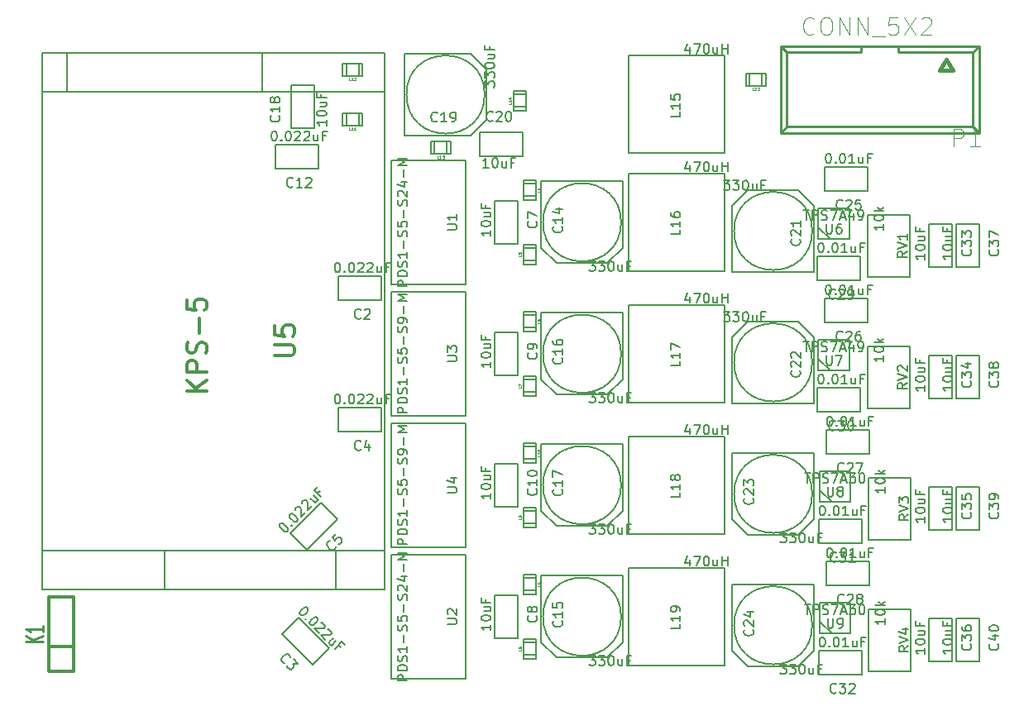
<source format=gto>
G04 (created by PCBNEW (2013-may-18)-stable) date 2014年05月08日 星期四 20时23分29秒*
%MOIN*%
G04 Gerber Fmt 3.4, Leading zero omitted, Abs format*
%FSLAX34Y34*%
G01*
G70*
G90*
G04 APERTURE LIST*
%ADD10C,0.00590551*%
%ADD11C,0.01*%
%ADD12C,0.016*%
%ADD13C,0.012*%
%ADD14C,0.008*%
%ADD15C,0.005*%
%ADD16C,0.0035*%
%ADD17C,0.0106*%
%ADD18C,0.006*%
%ADD19C,0.011811*%
%ADD20C,0.0024*%
G04 APERTURE END LIST*
G54D10*
G54D11*
X74150Y-32500D02*
X74400Y-32750D01*
X74150Y-29500D02*
X74400Y-29250D01*
X66650Y-29500D02*
X66400Y-29250D01*
X66650Y-32500D02*
X66400Y-32750D01*
X69650Y-29250D02*
X69650Y-29500D01*
X69650Y-29500D02*
X66650Y-29500D01*
X66650Y-29500D02*
X66650Y-32500D01*
X66650Y-32500D02*
X74150Y-32500D01*
X74150Y-32500D02*
X74150Y-29500D01*
X74150Y-29500D02*
X71150Y-29500D01*
X71150Y-29500D02*
X71150Y-29250D01*
X74400Y-29250D02*
X66400Y-29250D01*
X66400Y-32750D02*
X74400Y-32750D01*
X74400Y-32750D02*
X74400Y-29250D01*
X66400Y-32750D02*
X66400Y-29250D01*
G54D12*
X73352Y-30225D02*
X73077Y-29804D01*
X73077Y-29804D02*
X72801Y-30225D01*
X72801Y-30225D02*
X73352Y-30225D01*
G54D10*
X60053Y-34696D02*
X56746Y-34696D01*
X56746Y-34696D02*
X56746Y-37373D01*
X56746Y-37373D02*
X57376Y-38003D01*
X57376Y-38003D02*
X59423Y-38003D01*
X59423Y-38003D02*
X60053Y-37373D01*
X60053Y-37373D02*
X60053Y-34696D01*
X59974Y-36350D02*
G75*
G03X59974Y-36350I-1574J0D01*
G74*
G01*
X60053Y-50596D02*
X56746Y-50596D01*
X56746Y-50596D02*
X56746Y-53273D01*
X56746Y-53273D02*
X57376Y-53903D01*
X57376Y-53903D02*
X59423Y-53903D01*
X59423Y-53903D02*
X60053Y-53273D01*
X60053Y-53273D02*
X60053Y-50596D01*
X59974Y-52250D02*
G75*
G03X59974Y-52250I-1574J0D01*
G74*
G01*
X60053Y-39996D02*
X56746Y-39996D01*
X56746Y-39996D02*
X56746Y-42673D01*
X56746Y-42673D02*
X57376Y-43303D01*
X57376Y-43303D02*
X59423Y-43303D01*
X59423Y-43303D02*
X60053Y-42673D01*
X60053Y-42673D02*
X60053Y-39996D01*
X59974Y-41650D02*
G75*
G03X59974Y-41650I-1574J0D01*
G74*
G01*
X60053Y-45296D02*
X56746Y-45296D01*
X56746Y-45296D02*
X56746Y-47973D01*
X56746Y-47973D02*
X57376Y-48603D01*
X57376Y-48603D02*
X59423Y-48603D01*
X59423Y-48603D02*
X60053Y-47973D01*
X60053Y-47973D02*
X60053Y-45296D01*
X59974Y-46950D02*
G75*
G03X59974Y-46950I-1574J0D01*
G74*
G01*
X51246Y-29546D02*
X51246Y-32853D01*
X51246Y-32853D02*
X53923Y-32853D01*
X53923Y-32853D02*
X54553Y-32223D01*
X54553Y-32223D02*
X54553Y-30176D01*
X54553Y-30176D02*
X53923Y-29546D01*
X53923Y-29546D02*
X51246Y-29546D01*
X54474Y-31200D02*
G75*
G03X54474Y-31200I-1574J0D01*
G74*
G01*
X64446Y-38353D02*
X67753Y-38353D01*
X67753Y-38353D02*
X67753Y-35676D01*
X67753Y-35676D02*
X67123Y-35046D01*
X67123Y-35046D02*
X65076Y-35046D01*
X65076Y-35046D02*
X64446Y-35676D01*
X64446Y-35676D02*
X64446Y-38353D01*
X67674Y-36700D02*
G75*
G03X67674Y-36700I-1574J0D01*
G74*
G01*
X67753Y-45646D02*
X64446Y-45646D01*
X64446Y-45646D02*
X64446Y-48323D01*
X64446Y-48323D02*
X65076Y-48953D01*
X65076Y-48953D02*
X67123Y-48953D01*
X67123Y-48953D02*
X67753Y-48323D01*
X67753Y-48323D02*
X67753Y-45646D01*
X67674Y-47300D02*
G75*
G03X67674Y-47300I-1574J0D01*
G74*
G01*
X64446Y-43653D02*
X67753Y-43653D01*
X67753Y-43653D02*
X67753Y-40976D01*
X67753Y-40976D02*
X67123Y-40346D01*
X67123Y-40346D02*
X65076Y-40346D01*
X65076Y-40346D02*
X64446Y-40976D01*
X64446Y-40976D02*
X64446Y-43653D01*
X67674Y-42000D02*
G75*
G03X67674Y-42000I-1574J0D01*
G74*
G01*
X67753Y-50946D02*
X64446Y-50946D01*
X64446Y-50946D02*
X64446Y-53623D01*
X64446Y-53623D02*
X65076Y-54253D01*
X65076Y-54253D02*
X67123Y-54253D01*
X67123Y-54253D02*
X67753Y-53623D01*
X67753Y-53623D02*
X67753Y-50946D01*
X67674Y-52600D02*
G75*
G03X67674Y-52600I-1574J0D01*
G74*
G01*
X60270Y-50281D02*
X64129Y-50281D01*
X64129Y-50281D02*
X64129Y-54218D01*
X64129Y-54218D02*
X60270Y-54218D01*
X60270Y-54218D02*
X60270Y-50281D01*
X60270Y-39681D02*
X64129Y-39681D01*
X64129Y-39681D02*
X64129Y-43618D01*
X64129Y-43618D02*
X60270Y-43618D01*
X60270Y-43618D02*
X60270Y-39681D01*
X60270Y-44981D02*
X64129Y-44981D01*
X64129Y-44981D02*
X64129Y-48918D01*
X64129Y-48918D02*
X60270Y-48918D01*
X60270Y-48918D02*
X60270Y-44981D01*
X60270Y-29631D02*
X64129Y-29631D01*
X64129Y-29631D02*
X64129Y-33568D01*
X64129Y-33568D02*
X60270Y-33568D01*
X60270Y-33568D02*
X60270Y-29631D01*
X60270Y-34381D02*
X64129Y-34381D01*
X64129Y-34381D02*
X64129Y-38318D01*
X64129Y-38318D02*
X60270Y-38318D01*
X60270Y-38318D02*
X60270Y-34381D01*
G54D13*
X37900Y-54450D02*
X36900Y-54450D01*
X36900Y-54450D02*
X36900Y-51450D01*
X36900Y-51450D02*
X37900Y-51450D01*
X37900Y-51450D02*
X37900Y-54450D01*
X36900Y-53450D02*
X37900Y-53450D01*
G54D10*
X52200Y-44450D02*
X53700Y-44450D01*
X53700Y-44450D02*
X53700Y-49450D01*
X53700Y-49450D02*
X50700Y-49450D01*
X50700Y-49450D02*
X50700Y-44450D01*
X50700Y-44450D02*
X52200Y-44450D01*
X52200Y-33850D02*
X53700Y-33850D01*
X53700Y-33850D02*
X53700Y-38850D01*
X53700Y-38850D02*
X50700Y-38850D01*
X50700Y-38850D02*
X50700Y-33850D01*
X50700Y-33850D02*
X52200Y-33850D01*
X52200Y-49750D02*
X53700Y-49750D01*
X53700Y-49750D02*
X53700Y-54750D01*
X53700Y-54750D02*
X50700Y-54750D01*
X50700Y-54750D02*
X50700Y-49750D01*
X50700Y-49750D02*
X52200Y-49750D01*
X52200Y-39150D02*
X53700Y-39150D01*
X53700Y-39150D02*
X53700Y-44150D01*
X53700Y-44150D02*
X50700Y-44150D01*
X50700Y-44150D02*
X50700Y-39150D01*
X50700Y-39150D02*
X52200Y-39150D01*
G54D14*
X68475Y-47625D02*
X67975Y-47150D01*
X67975Y-47625D02*
X69225Y-47625D01*
X69225Y-47625D02*
X69225Y-46375D01*
X69225Y-46375D02*
X67975Y-46375D01*
X67975Y-46375D02*
X67975Y-47625D01*
X68425Y-42325D02*
X67925Y-41850D01*
X67925Y-42325D02*
X69175Y-42325D01*
X69175Y-42325D02*
X69175Y-41075D01*
X69175Y-41075D02*
X67925Y-41075D01*
X67925Y-41075D02*
X67925Y-42325D01*
X68475Y-52925D02*
X67975Y-52450D01*
X67975Y-52925D02*
X69225Y-52925D01*
X69225Y-52925D02*
X69225Y-51675D01*
X69225Y-51675D02*
X67975Y-51675D01*
X67975Y-51675D02*
X67975Y-52925D01*
X68425Y-37025D02*
X67925Y-36550D01*
X67925Y-37025D02*
X69175Y-37025D01*
X69175Y-37025D02*
X69175Y-35775D01*
X69175Y-35775D02*
X67925Y-35775D01*
X67925Y-35775D02*
X67925Y-37025D01*
G54D10*
X37635Y-31088D02*
X37635Y-29513D01*
X45509Y-31088D02*
X45509Y-29513D01*
X50430Y-31088D02*
X36650Y-31088D01*
X41572Y-51167D02*
X41572Y-49592D01*
X48462Y-51167D02*
X48462Y-49592D01*
X50430Y-49592D02*
X36650Y-49592D01*
X50430Y-51167D02*
X50430Y-29513D01*
X50430Y-29513D02*
X36650Y-29513D01*
X36650Y-29513D02*
X36650Y-51167D01*
X36650Y-51167D02*
X50430Y-51167D01*
G54D15*
X48900Y-30450D02*
X48900Y-29950D01*
X49400Y-30450D02*
X49400Y-29960D01*
X49550Y-30450D02*
X48750Y-30450D01*
X48750Y-30450D02*
X48750Y-29950D01*
X48750Y-29950D02*
X49550Y-29950D01*
X49550Y-29950D02*
X49550Y-30450D01*
X52450Y-33600D02*
X52450Y-33100D01*
X52950Y-33600D02*
X52950Y-33110D01*
X53100Y-33600D02*
X52300Y-33600D01*
X52300Y-33600D02*
X52300Y-33100D01*
X52300Y-33100D02*
X53100Y-33100D01*
X53100Y-33100D02*
X53100Y-33600D01*
X48900Y-32450D02*
X48900Y-31950D01*
X49400Y-32450D02*
X49400Y-31960D01*
X49550Y-32450D02*
X48750Y-32450D01*
X48750Y-32450D02*
X48750Y-31950D01*
X48750Y-31950D02*
X49550Y-31950D01*
X49550Y-31950D02*
X49550Y-32450D01*
X65150Y-30850D02*
X65150Y-30350D01*
X65650Y-30850D02*
X65650Y-30360D01*
X65800Y-30850D02*
X65000Y-30850D01*
X65000Y-30850D02*
X65000Y-30350D01*
X65000Y-30350D02*
X65800Y-30350D01*
X65800Y-30350D02*
X65800Y-30850D01*
X55650Y-31200D02*
X56150Y-31200D01*
X55650Y-31700D02*
X56140Y-31700D01*
X55650Y-31850D02*
X55650Y-31050D01*
X55650Y-31050D02*
X56150Y-31050D01*
X56150Y-31050D02*
X56150Y-31850D01*
X56150Y-31850D02*
X55650Y-31850D01*
X56550Y-45900D02*
X56050Y-45900D01*
X56550Y-45400D02*
X56060Y-45400D01*
X56550Y-45250D02*
X56550Y-46050D01*
X56550Y-46050D02*
X56050Y-46050D01*
X56050Y-46050D02*
X56050Y-45250D01*
X56050Y-45250D02*
X56550Y-45250D01*
X56050Y-48000D02*
X56550Y-48000D01*
X56050Y-48500D02*
X56540Y-48500D01*
X56050Y-48650D02*
X56050Y-47850D01*
X56050Y-47850D02*
X56550Y-47850D01*
X56550Y-47850D02*
X56550Y-48650D01*
X56550Y-48650D02*
X56050Y-48650D01*
X56050Y-37400D02*
X56550Y-37400D01*
X56050Y-37900D02*
X56540Y-37900D01*
X56050Y-38050D02*
X56050Y-37250D01*
X56050Y-37250D02*
X56550Y-37250D01*
X56550Y-37250D02*
X56550Y-38050D01*
X56550Y-38050D02*
X56050Y-38050D01*
X56550Y-40600D02*
X56050Y-40600D01*
X56550Y-40100D02*
X56060Y-40100D01*
X56550Y-39950D02*
X56550Y-40750D01*
X56550Y-40750D02*
X56050Y-40750D01*
X56050Y-40750D02*
X56050Y-39950D01*
X56050Y-39950D02*
X56550Y-39950D01*
X56050Y-42700D02*
X56550Y-42700D01*
X56050Y-43200D02*
X56540Y-43200D01*
X56050Y-43350D02*
X56050Y-42550D01*
X56050Y-42550D02*
X56550Y-42550D01*
X56550Y-42550D02*
X56550Y-43350D01*
X56550Y-43350D02*
X56050Y-43350D01*
X56050Y-53300D02*
X56550Y-53300D01*
X56050Y-53800D02*
X56540Y-53800D01*
X56050Y-53950D02*
X56050Y-53150D01*
X56050Y-53150D02*
X56550Y-53150D01*
X56550Y-53150D02*
X56550Y-53950D01*
X56550Y-53950D02*
X56050Y-53950D01*
X56550Y-51200D02*
X56050Y-51200D01*
X56550Y-50700D02*
X56060Y-50700D01*
X56550Y-50550D02*
X56550Y-51350D01*
X56550Y-51350D02*
X56050Y-51350D01*
X56050Y-51350D02*
X56050Y-50550D01*
X56050Y-50550D02*
X56550Y-50550D01*
X56550Y-35300D02*
X56050Y-35300D01*
X56550Y-34800D02*
X56060Y-34800D01*
X56550Y-34650D02*
X56550Y-35450D01*
X56550Y-35450D02*
X56050Y-35450D01*
X56050Y-35450D02*
X56050Y-34650D01*
X56050Y-34650D02*
X56550Y-34650D01*
G54D10*
X73477Y-54066D02*
X73477Y-52333D01*
X73477Y-52333D02*
X74422Y-52333D01*
X74422Y-52333D02*
X74422Y-54066D01*
X74422Y-54066D02*
X73477Y-54066D01*
X72377Y-48766D02*
X72377Y-47033D01*
X72377Y-47033D02*
X73322Y-47033D01*
X73322Y-47033D02*
X73322Y-48766D01*
X73322Y-48766D02*
X72377Y-48766D01*
X73477Y-48766D02*
X73477Y-47033D01*
X73477Y-47033D02*
X74422Y-47033D01*
X74422Y-47033D02*
X74422Y-48766D01*
X74422Y-48766D02*
X73477Y-48766D01*
X68233Y-50027D02*
X69966Y-50027D01*
X69966Y-50027D02*
X69966Y-50972D01*
X69966Y-50972D02*
X68233Y-50972D01*
X68233Y-50972D02*
X68233Y-50027D01*
X67933Y-53627D02*
X69666Y-53627D01*
X69666Y-53627D02*
X69666Y-54572D01*
X69666Y-54572D02*
X67933Y-54572D01*
X67933Y-54572D02*
X67933Y-53627D01*
X72377Y-54066D02*
X72377Y-52333D01*
X72377Y-52333D02*
X73322Y-52333D01*
X73322Y-52333D02*
X73322Y-54066D01*
X73322Y-54066D02*
X72377Y-54066D01*
X47622Y-30833D02*
X47622Y-32566D01*
X47622Y-32566D02*
X46677Y-32566D01*
X46677Y-32566D02*
X46677Y-30833D01*
X46677Y-30833D02*
X47622Y-30833D01*
X68183Y-39427D02*
X69916Y-39427D01*
X69916Y-39427D02*
X69916Y-40372D01*
X69916Y-40372D02*
X68183Y-40372D01*
X68183Y-40372D02*
X68183Y-39427D01*
X72377Y-38166D02*
X72377Y-36433D01*
X72377Y-36433D02*
X73322Y-36433D01*
X73322Y-36433D02*
X73322Y-38166D01*
X73322Y-38166D02*
X72377Y-38166D01*
X54877Y-53116D02*
X54877Y-51383D01*
X54877Y-51383D02*
X55822Y-51383D01*
X55822Y-51383D02*
X55822Y-53116D01*
X55822Y-53116D02*
X54877Y-53116D01*
X48583Y-43827D02*
X50316Y-43827D01*
X50316Y-43827D02*
X50316Y-44772D01*
X50316Y-44772D02*
X48583Y-44772D01*
X48583Y-44772D02*
X48583Y-43827D01*
X54877Y-42516D02*
X54877Y-40783D01*
X54877Y-40783D02*
X55822Y-40783D01*
X55822Y-40783D02*
X55822Y-42516D01*
X55822Y-42516D02*
X54877Y-42516D01*
X46653Y-48878D02*
X47878Y-47653D01*
X47878Y-47653D02*
X48546Y-48321D01*
X48546Y-48321D02*
X47321Y-49546D01*
X47321Y-49546D02*
X46653Y-48878D01*
X54877Y-47816D02*
X54877Y-46083D01*
X54877Y-46083D02*
X55822Y-46083D01*
X55822Y-46083D02*
X55822Y-47816D01*
X55822Y-47816D02*
X54877Y-47816D01*
X54877Y-37216D02*
X54877Y-35483D01*
X54877Y-35483D02*
X55822Y-35483D01*
X55822Y-35483D02*
X55822Y-37216D01*
X55822Y-37216D02*
X54877Y-37216D01*
X48583Y-38527D02*
X50316Y-38527D01*
X50316Y-38527D02*
X50316Y-39472D01*
X50316Y-39472D02*
X48583Y-39472D01*
X48583Y-39472D02*
X48583Y-38527D01*
X56016Y-33672D02*
X54283Y-33672D01*
X54283Y-33672D02*
X54283Y-32727D01*
X54283Y-32727D02*
X56016Y-32727D01*
X56016Y-32727D02*
X56016Y-33672D01*
X68183Y-34127D02*
X69916Y-34127D01*
X69916Y-34127D02*
X69916Y-35072D01*
X69916Y-35072D02*
X68183Y-35072D01*
X68183Y-35072D02*
X68183Y-34127D01*
X67883Y-37727D02*
X69616Y-37727D01*
X69616Y-37727D02*
X69616Y-38672D01*
X69616Y-38672D02*
X67883Y-38672D01*
X67883Y-38672D02*
X67883Y-37727D01*
X73477Y-38166D02*
X73477Y-36433D01*
X73477Y-36433D02*
X74422Y-36433D01*
X74422Y-36433D02*
X74422Y-38166D01*
X74422Y-38166D02*
X73477Y-38166D01*
X46033Y-33227D02*
X47766Y-33227D01*
X47766Y-33227D02*
X47766Y-34172D01*
X47766Y-34172D02*
X46033Y-34172D01*
X46033Y-34172D02*
X46033Y-33227D01*
X46971Y-52303D02*
X48196Y-53528D01*
X48196Y-53528D02*
X47528Y-54196D01*
X47528Y-54196D02*
X46303Y-52971D01*
X46303Y-52971D02*
X46971Y-52303D01*
X67883Y-43027D02*
X69616Y-43027D01*
X69616Y-43027D02*
X69616Y-43972D01*
X69616Y-43972D02*
X67883Y-43972D01*
X67883Y-43972D02*
X67883Y-43027D01*
X72377Y-43466D02*
X72377Y-41733D01*
X72377Y-41733D02*
X73322Y-41733D01*
X73322Y-41733D02*
X73322Y-43466D01*
X73322Y-43466D02*
X72377Y-43466D01*
X73477Y-43466D02*
X73477Y-41733D01*
X73477Y-41733D02*
X74422Y-41733D01*
X74422Y-41733D02*
X74422Y-43466D01*
X74422Y-43466D02*
X73477Y-43466D01*
X68233Y-44727D02*
X69966Y-44727D01*
X69966Y-44727D02*
X69966Y-45672D01*
X69966Y-45672D02*
X68233Y-45672D01*
X68233Y-45672D02*
X68233Y-44727D01*
X67933Y-48327D02*
X69666Y-48327D01*
X69666Y-48327D02*
X69666Y-49272D01*
X69666Y-49272D02*
X67933Y-49272D01*
X67933Y-49272D02*
X67933Y-48327D01*
X69950Y-49150D02*
X69950Y-46650D01*
X69950Y-46650D02*
X71650Y-46650D01*
X71650Y-46650D02*
X71650Y-49150D01*
X71650Y-49150D02*
X69950Y-49150D01*
X69900Y-38550D02*
X69900Y-36050D01*
X69900Y-36050D02*
X71600Y-36050D01*
X71600Y-36050D02*
X71600Y-38550D01*
X71600Y-38550D02*
X69900Y-38550D01*
X69950Y-54450D02*
X69950Y-51950D01*
X69950Y-51950D02*
X71650Y-51950D01*
X71650Y-51950D02*
X71650Y-54450D01*
X71650Y-54450D02*
X69950Y-54450D01*
X69900Y-43850D02*
X69900Y-41350D01*
X69900Y-41350D02*
X71600Y-41350D01*
X71600Y-41350D02*
X71600Y-43850D01*
X71600Y-43850D02*
X69900Y-43850D01*
G54D16*
X73383Y-33283D02*
X73383Y-32583D01*
X73650Y-32583D01*
X73716Y-32616D01*
X73750Y-32650D01*
X73783Y-32716D01*
X73783Y-32816D01*
X73750Y-32883D01*
X73716Y-32916D01*
X73650Y-32950D01*
X73383Y-32950D01*
X74450Y-33283D02*
X74050Y-33283D01*
X74250Y-33283D02*
X74250Y-32583D01*
X74183Y-32683D01*
X74116Y-32750D01*
X74050Y-32783D01*
X67750Y-28716D02*
X67716Y-28750D01*
X67616Y-28783D01*
X67550Y-28783D01*
X67450Y-28750D01*
X67383Y-28683D01*
X67350Y-28616D01*
X67316Y-28483D01*
X67316Y-28383D01*
X67350Y-28250D01*
X67383Y-28183D01*
X67450Y-28116D01*
X67550Y-28083D01*
X67616Y-28083D01*
X67716Y-28116D01*
X67750Y-28150D01*
X68183Y-28083D02*
X68316Y-28083D01*
X68383Y-28116D01*
X68450Y-28183D01*
X68483Y-28316D01*
X68483Y-28550D01*
X68450Y-28683D01*
X68383Y-28750D01*
X68316Y-28783D01*
X68183Y-28783D01*
X68116Y-28750D01*
X68050Y-28683D01*
X68016Y-28550D01*
X68016Y-28316D01*
X68050Y-28183D01*
X68116Y-28116D01*
X68183Y-28083D01*
X68783Y-28783D02*
X68783Y-28083D01*
X69183Y-28783D01*
X69183Y-28083D01*
X69516Y-28783D02*
X69516Y-28083D01*
X69916Y-28783D01*
X69916Y-28083D01*
X70083Y-28850D02*
X70616Y-28850D01*
X71116Y-28083D02*
X70783Y-28083D01*
X70750Y-28416D01*
X70783Y-28383D01*
X70850Y-28350D01*
X71016Y-28350D01*
X71083Y-28383D01*
X71116Y-28416D01*
X71150Y-28483D01*
X71150Y-28650D01*
X71116Y-28716D01*
X71083Y-28750D01*
X71016Y-28783D01*
X70850Y-28783D01*
X70783Y-28750D01*
X70750Y-28716D01*
X71383Y-28083D02*
X71850Y-28783D01*
X71850Y-28083D02*
X71383Y-28783D01*
X72083Y-28150D02*
X72116Y-28116D01*
X72183Y-28083D01*
X72350Y-28083D01*
X72416Y-28116D01*
X72450Y-28150D01*
X72483Y-28216D01*
X72483Y-28283D01*
X72450Y-28383D01*
X72050Y-28783D01*
X72483Y-28783D01*
G54D10*
X57576Y-36524D02*
X57595Y-36543D01*
X57614Y-36599D01*
X57614Y-36636D01*
X57595Y-36693D01*
X57558Y-36730D01*
X57520Y-36749D01*
X57445Y-36768D01*
X57389Y-36768D01*
X57314Y-36749D01*
X57277Y-36730D01*
X57239Y-36693D01*
X57220Y-36636D01*
X57220Y-36599D01*
X57239Y-36543D01*
X57258Y-36524D01*
X57614Y-36149D02*
X57614Y-36374D01*
X57614Y-36261D02*
X57220Y-36261D01*
X57277Y-36299D01*
X57314Y-36336D01*
X57333Y-36374D01*
X57352Y-35811D02*
X57614Y-35811D01*
X57202Y-35905D02*
X57483Y-35999D01*
X57483Y-35755D01*
X58688Y-37926D02*
X58932Y-37926D01*
X58801Y-38076D01*
X58857Y-38076D01*
X58894Y-38095D01*
X58913Y-38114D01*
X58932Y-38151D01*
X58932Y-38245D01*
X58913Y-38282D01*
X58894Y-38301D01*
X58857Y-38320D01*
X58744Y-38320D01*
X58707Y-38301D01*
X58688Y-38282D01*
X59063Y-37926D02*
X59307Y-37926D01*
X59176Y-38076D01*
X59232Y-38076D01*
X59269Y-38095D01*
X59288Y-38114D01*
X59307Y-38151D01*
X59307Y-38245D01*
X59288Y-38282D01*
X59269Y-38301D01*
X59232Y-38320D01*
X59119Y-38320D01*
X59082Y-38301D01*
X59063Y-38282D01*
X59551Y-37926D02*
X59588Y-37926D01*
X59626Y-37945D01*
X59644Y-37964D01*
X59663Y-38001D01*
X59682Y-38076D01*
X59682Y-38170D01*
X59663Y-38245D01*
X59644Y-38282D01*
X59626Y-38301D01*
X59588Y-38320D01*
X59551Y-38320D01*
X59513Y-38301D01*
X59494Y-38282D01*
X59476Y-38245D01*
X59457Y-38170D01*
X59457Y-38076D01*
X59476Y-38001D01*
X59494Y-37964D01*
X59513Y-37945D01*
X59551Y-37926D01*
X60019Y-38057D02*
X60019Y-38320D01*
X59851Y-38057D02*
X59851Y-38264D01*
X59869Y-38301D01*
X59907Y-38320D01*
X59963Y-38320D01*
X60001Y-38301D01*
X60019Y-38282D01*
X60338Y-38114D02*
X60207Y-38114D01*
X60207Y-38320D02*
X60207Y-37926D01*
X60394Y-37926D01*
X57576Y-52424D02*
X57595Y-52443D01*
X57614Y-52499D01*
X57614Y-52536D01*
X57595Y-52593D01*
X57558Y-52630D01*
X57520Y-52649D01*
X57445Y-52668D01*
X57389Y-52668D01*
X57314Y-52649D01*
X57277Y-52630D01*
X57239Y-52593D01*
X57220Y-52536D01*
X57220Y-52499D01*
X57239Y-52443D01*
X57258Y-52424D01*
X57614Y-52049D02*
X57614Y-52274D01*
X57614Y-52161D02*
X57220Y-52161D01*
X57277Y-52199D01*
X57314Y-52236D01*
X57333Y-52274D01*
X57220Y-51693D02*
X57220Y-51880D01*
X57408Y-51899D01*
X57389Y-51880D01*
X57370Y-51843D01*
X57370Y-51749D01*
X57389Y-51711D01*
X57408Y-51693D01*
X57445Y-51674D01*
X57539Y-51674D01*
X57576Y-51693D01*
X57595Y-51711D01*
X57614Y-51749D01*
X57614Y-51843D01*
X57595Y-51880D01*
X57576Y-51899D01*
X58688Y-53826D02*
X58932Y-53826D01*
X58801Y-53976D01*
X58857Y-53976D01*
X58894Y-53995D01*
X58913Y-54014D01*
X58932Y-54051D01*
X58932Y-54145D01*
X58913Y-54182D01*
X58894Y-54201D01*
X58857Y-54220D01*
X58744Y-54220D01*
X58707Y-54201D01*
X58688Y-54182D01*
X59063Y-53826D02*
X59307Y-53826D01*
X59176Y-53976D01*
X59232Y-53976D01*
X59269Y-53995D01*
X59288Y-54014D01*
X59307Y-54051D01*
X59307Y-54145D01*
X59288Y-54182D01*
X59269Y-54201D01*
X59232Y-54220D01*
X59119Y-54220D01*
X59082Y-54201D01*
X59063Y-54182D01*
X59551Y-53826D02*
X59588Y-53826D01*
X59626Y-53845D01*
X59644Y-53864D01*
X59663Y-53901D01*
X59682Y-53976D01*
X59682Y-54070D01*
X59663Y-54145D01*
X59644Y-54182D01*
X59626Y-54201D01*
X59588Y-54220D01*
X59551Y-54220D01*
X59513Y-54201D01*
X59494Y-54182D01*
X59476Y-54145D01*
X59457Y-54070D01*
X59457Y-53976D01*
X59476Y-53901D01*
X59494Y-53864D01*
X59513Y-53845D01*
X59551Y-53826D01*
X60019Y-53957D02*
X60019Y-54220D01*
X59851Y-53957D02*
X59851Y-54164D01*
X59869Y-54201D01*
X59907Y-54220D01*
X59963Y-54220D01*
X60001Y-54201D01*
X60019Y-54182D01*
X60338Y-54014D02*
X60207Y-54014D01*
X60207Y-54220D02*
X60207Y-53826D01*
X60394Y-53826D01*
X57576Y-41824D02*
X57595Y-41843D01*
X57614Y-41899D01*
X57614Y-41936D01*
X57595Y-41993D01*
X57558Y-42030D01*
X57520Y-42049D01*
X57445Y-42068D01*
X57389Y-42068D01*
X57314Y-42049D01*
X57277Y-42030D01*
X57239Y-41993D01*
X57220Y-41936D01*
X57220Y-41899D01*
X57239Y-41843D01*
X57258Y-41824D01*
X57614Y-41449D02*
X57614Y-41674D01*
X57614Y-41561D02*
X57220Y-41561D01*
X57277Y-41599D01*
X57314Y-41636D01*
X57333Y-41674D01*
X57220Y-41111D02*
X57220Y-41186D01*
X57239Y-41224D01*
X57258Y-41243D01*
X57314Y-41280D01*
X57389Y-41299D01*
X57539Y-41299D01*
X57576Y-41280D01*
X57595Y-41261D01*
X57614Y-41224D01*
X57614Y-41149D01*
X57595Y-41111D01*
X57576Y-41093D01*
X57539Y-41074D01*
X57445Y-41074D01*
X57408Y-41093D01*
X57389Y-41111D01*
X57370Y-41149D01*
X57370Y-41224D01*
X57389Y-41261D01*
X57408Y-41280D01*
X57445Y-41299D01*
X58688Y-43226D02*
X58932Y-43226D01*
X58801Y-43376D01*
X58857Y-43376D01*
X58894Y-43395D01*
X58913Y-43414D01*
X58932Y-43451D01*
X58932Y-43545D01*
X58913Y-43582D01*
X58894Y-43601D01*
X58857Y-43620D01*
X58744Y-43620D01*
X58707Y-43601D01*
X58688Y-43582D01*
X59063Y-43226D02*
X59307Y-43226D01*
X59176Y-43376D01*
X59232Y-43376D01*
X59269Y-43395D01*
X59288Y-43414D01*
X59307Y-43451D01*
X59307Y-43545D01*
X59288Y-43582D01*
X59269Y-43601D01*
X59232Y-43620D01*
X59119Y-43620D01*
X59082Y-43601D01*
X59063Y-43582D01*
X59551Y-43226D02*
X59588Y-43226D01*
X59626Y-43245D01*
X59644Y-43264D01*
X59663Y-43301D01*
X59682Y-43376D01*
X59682Y-43470D01*
X59663Y-43545D01*
X59644Y-43582D01*
X59626Y-43601D01*
X59588Y-43620D01*
X59551Y-43620D01*
X59513Y-43601D01*
X59494Y-43582D01*
X59476Y-43545D01*
X59457Y-43470D01*
X59457Y-43376D01*
X59476Y-43301D01*
X59494Y-43264D01*
X59513Y-43245D01*
X59551Y-43226D01*
X60019Y-43357D02*
X60019Y-43620D01*
X59851Y-43357D02*
X59851Y-43564D01*
X59869Y-43601D01*
X59907Y-43620D01*
X59963Y-43620D01*
X60001Y-43601D01*
X60019Y-43582D01*
X60338Y-43414D02*
X60207Y-43414D01*
X60207Y-43620D02*
X60207Y-43226D01*
X60394Y-43226D01*
X57576Y-47124D02*
X57595Y-47143D01*
X57614Y-47199D01*
X57614Y-47236D01*
X57595Y-47293D01*
X57558Y-47330D01*
X57520Y-47349D01*
X57445Y-47368D01*
X57389Y-47368D01*
X57314Y-47349D01*
X57277Y-47330D01*
X57239Y-47293D01*
X57220Y-47236D01*
X57220Y-47199D01*
X57239Y-47143D01*
X57258Y-47124D01*
X57614Y-46749D02*
X57614Y-46974D01*
X57614Y-46861D02*
X57220Y-46861D01*
X57277Y-46899D01*
X57314Y-46936D01*
X57333Y-46974D01*
X57220Y-46618D02*
X57220Y-46355D01*
X57614Y-46524D01*
X58688Y-48526D02*
X58932Y-48526D01*
X58801Y-48676D01*
X58857Y-48676D01*
X58894Y-48695D01*
X58913Y-48714D01*
X58932Y-48751D01*
X58932Y-48845D01*
X58913Y-48882D01*
X58894Y-48901D01*
X58857Y-48920D01*
X58744Y-48920D01*
X58707Y-48901D01*
X58688Y-48882D01*
X59063Y-48526D02*
X59307Y-48526D01*
X59176Y-48676D01*
X59232Y-48676D01*
X59269Y-48695D01*
X59288Y-48714D01*
X59307Y-48751D01*
X59307Y-48845D01*
X59288Y-48882D01*
X59269Y-48901D01*
X59232Y-48920D01*
X59119Y-48920D01*
X59082Y-48901D01*
X59063Y-48882D01*
X59551Y-48526D02*
X59588Y-48526D01*
X59626Y-48545D01*
X59644Y-48564D01*
X59663Y-48601D01*
X59682Y-48676D01*
X59682Y-48770D01*
X59663Y-48845D01*
X59644Y-48882D01*
X59626Y-48901D01*
X59588Y-48920D01*
X59551Y-48920D01*
X59513Y-48901D01*
X59494Y-48882D01*
X59476Y-48845D01*
X59457Y-48770D01*
X59457Y-48676D01*
X59476Y-48601D01*
X59494Y-48564D01*
X59513Y-48545D01*
X59551Y-48526D01*
X60019Y-48657D02*
X60019Y-48920D01*
X59851Y-48657D02*
X59851Y-48864D01*
X59869Y-48901D01*
X59907Y-48920D01*
X59963Y-48920D01*
X60001Y-48901D01*
X60019Y-48882D01*
X60338Y-48714D02*
X60207Y-48714D01*
X60207Y-48920D02*
X60207Y-48526D01*
X60394Y-48526D01*
X52568Y-32266D02*
X52549Y-32285D01*
X52493Y-32304D01*
X52455Y-32304D01*
X52399Y-32285D01*
X52361Y-32247D01*
X52343Y-32210D01*
X52324Y-32135D01*
X52324Y-32079D01*
X52343Y-32004D01*
X52361Y-31966D01*
X52399Y-31929D01*
X52455Y-31910D01*
X52493Y-31910D01*
X52549Y-31929D01*
X52568Y-31948D01*
X52943Y-32304D02*
X52718Y-32304D01*
X52830Y-32304D02*
X52830Y-31910D01*
X52793Y-31966D01*
X52755Y-32004D01*
X52718Y-32023D01*
X53130Y-32304D02*
X53205Y-32304D01*
X53243Y-32285D01*
X53261Y-32266D01*
X53299Y-32210D01*
X53318Y-32135D01*
X53318Y-31985D01*
X53299Y-31948D01*
X53280Y-31929D01*
X53243Y-31910D01*
X53168Y-31910D01*
X53130Y-31929D01*
X53111Y-31948D01*
X53093Y-31985D01*
X53093Y-32079D01*
X53111Y-32116D01*
X53130Y-32135D01*
X53168Y-32154D01*
X53243Y-32154D01*
X53280Y-32135D01*
X53299Y-32116D01*
X53318Y-32079D01*
X54476Y-30911D02*
X54476Y-30667D01*
X54626Y-30798D01*
X54626Y-30742D01*
X54645Y-30705D01*
X54664Y-30686D01*
X54701Y-30667D01*
X54795Y-30667D01*
X54832Y-30686D01*
X54851Y-30705D01*
X54870Y-30742D01*
X54870Y-30855D01*
X54851Y-30892D01*
X54832Y-30911D01*
X54476Y-30536D02*
X54476Y-30292D01*
X54626Y-30423D01*
X54626Y-30367D01*
X54645Y-30330D01*
X54664Y-30311D01*
X54701Y-30292D01*
X54795Y-30292D01*
X54832Y-30311D01*
X54851Y-30330D01*
X54870Y-30367D01*
X54870Y-30480D01*
X54851Y-30517D01*
X54832Y-30536D01*
X54476Y-30048D02*
X54476Y-30011D01*
X54495Y-29973D01*
X54514Y-29955D01*
X54551Y-29936D01*
X54626Y-29917D01*
X54720Y-29917D01*
X54795Y-29936D01*
X54832Y-29955D01*
X54851Y-29973D01*
X54870Y-30011D01*
X54870Y-30048D01*
X54851Y-30086D01*
X54832Y-30105D01*
X54795Y-30123D01*
X54720Y-30142D01*
X54626Y-30142D01*
X54551Y-30123D01*
X54514Y-30105D01*
X54495Y-30086D01*
X54476Y-30048D01*
X54607Y-29580D02*
X54870Y-29580D01*
X54607Y-29748D02*
X54814Y-29748D01*
X54851Y-29730D01*
X54870Y-29692D01*
X54870Y-29636D01*
X54851Y-29598D01*
X54832Y-29580D01*
X54664Y-29261D02*
X54664Y-29392D01*
X54870Y-29392D02*
X54476Y-29392D01*
X54476Y-29205D01*
X67166Y-37031D02*
X67185Y-37050D01*
X67204Y-37106D01*
X67204Y-37144D01*
X67185Y-37200D01*
X67147Y-37238D01*
X67110Y-37256D01*
X67035Y-37275D01*
X66979Y-37275D01*
X66904Y-37256D01*
X66866Y-37238D01*
X66829Y-37200D01*
X66810Y-37144D01*
X66810Y-37106D01*
X66829Y-37050D01*
X66848Y-37031D01*
X66848Y-36881D02*
X66829Y-36863D01*
X66810Y-36825D01*
X66810Y-36731D01*
X66829Y-36694D01*
X66848Y-36675D01*
X66885Y-36656D01*
X66923Y-36656D01*
X66979Y-36675D01*
X67204Y-36900D01*
X67204Y-36656D01*
X67204Y-36281D02*
X67204Y-36506D01*
X67204Y-36394D02*
X66810Y-36394D01*
X66866Y-36431D01*
X66904Y-36469D01*
X66923Y-36506D01*
X64105Y-34654D02*
X64348Y-34654D01*
X64217Y-34804D01*
X64273Y-34804D01*
X64311Y-34823D01*
X64330Y-34842D01*
X64348Y-34879D01*
X64348Y-34973D01*
X64330Y-35010D01*
X64311Y-35029D01*
X64273Y-35048D01*
X64161Y-35048D01*
X64123Y-35029D01*
X64105Y-35010D01*
X64480Y-34654D02*
X64723Y-34654D01*
X64592Y-34804D01*
X64648Y-34804D01*
X64686Y-34823D01*
X64705Y-34842D01*
X64723Y-34879D01*
X64723Y-34973D01*
X64705Y-35010D01*
X64686Y-35029D01*
X64648Y-35048D01*
X64536Y-35048D01*
X64498Y-35029D01*
X64480Y-35010D01*
X64967Y-34654D02*
X65005Y-34654D01*
X65042Y-34673D01*
X65061Y-34692D01*
X65080Y-34729D01*
X65098Y-34804D01*
X65098Y-34898D01*
X65080Y-34973D01*
X65061Y-35010D01*
X65042Y-35029D01*
X65005Y-35048D01*
X64967Y-35048D01*
X64930Y-35029D01*
X64911Y-35010D01*
X64892Y-34973D01*
X64873Y-34898D01*
X64873Y-34804D01*
X64892Y-34729D01*
X64911Y-34692D01*
X64930Y-34673D01*
X64967Y-34654D01*
X65436Y-34785D02*
X65436Y-35048D01*
X65267Y-34785D02*
X65267Y-34992D01*
X65286Y-35029D01*
X65323Y-35048D01*
X65380Y-35048D01*
X65417Y-35029D01*
X65436Y-35010D01*
X65755Y-34842D02*
X65623Y-34842D01*
X65623Y-35048D02*
X65623Y-34654D01*
X65811Y-34654D01*
X65276Y-47474D02*
X65295Y-47493D01*
X65314Y-47549D01*
X65314Y-47586D01*
X65295Y-47643D01*
X65258Y-47680D01*
X65220Y-47699D01*
X65145Y-47718D01*
X65089Y-47718D01*
X65014Y-47699D01*
X64977Y-47680D01*
X64939Y-47643D01*
X64920Y-47586D01*
X64920Y-47549D01*
X64939Y-47493D01*
X64958Y-47474D01*
X64958Y-47324D02*
X64939Y-47305D01*
X64920Y-47268D01*
X64920Y-47174D01*
X64939Y-47136D01*
X64958Y-47118D01*
X64995Y-47099D01*
X65033Y-47099D01*
X65089Y-47118D01*
X65314Y-47343D01*
X65314Y-47099D01*
X64920Y-46968D02*
X64920Y-46724D01*
X65070Y-46855D01*
X65070Y-46799D01*
X65089Y-46761D01*
X65108Y-46743D01*
X65145Y-46724D01*
X65239Y-46724D01*
X65276Y-46743D01*
X65295Y-46761D01*
X65314Y-46799D01*
X65314Y-46911D01*
X65295Y-46949D01*
X65276Y-46968D01*
X66388Y-48876D02*
X66632Y-48876D01*
X66501Y-49026D01*
X66557Y-49026D01*
X66594Y-49045D01*
X66613Y-49064D01*
X66632Y-49101D01*
X66632Y-49195D01*
X66613Y-49232D01*
X66594Y-49251D01*
X66557Y-49270D01*
X66444Y-49270D01*
X66407Y-49251D01*
X66388Y-49232D01*
X66763Y-48876D02*
X67007Y-48876D01*
X66876Y-49026D01*
X66932Y-49026D01*
X66969Y-49045D01*
X66988Y-49064D01*
X67007Y-49101D01*
X67007Y-49195D01*
X66988Y-49232D01*
X66969Y-49251D01*
X66932Y-49270D01*
X66819Y-49270D01*
X66782Y-49251D01*
X66763Y-49232D01*
X67251Y-48876D02*
X67288Y-48876D01*
X67326Y-48895D01*
X67344Y-48914D01*
X67363Y-48951D01*
X67382Y-49026D01*
X67382Y-49120D01*
X67363Y-49195D01*
X67344Y-49232D01*
X67326Y-49251D01*
X67288Y-49270D01*
X67251Y-49270D01*
X67213Y-49251D01*
X67194Y-49232D01*
X67176Y-49195D01*
X67157Y-49120D01*
X67157Y-49026D01*
X67176Y-48951D01*
X67194Y-48914D01*
X67213Y-48895D01*
X67251Y-48876D01*
X67719Y-49007D02*
X67719Y-49270D01*
X67551Y-49007D02*
X67551Y-49214D01*
X67569Y-49251D01*
X67607Y-49270D01*
X67663Y-49270D01*
X67701Y-49251D01*
X67719Y-49232D01*
X68038Y-49064D02*
X67907Y-49064D01*
X67907Y-49270D02*
X67907Y-48876D01*
X68094Y-48876D01*
X67166Y-42331D02*
X67185Y-42350D01*
X67204Y-42406D01*
X67204Y-42444D01*
X67185Y-42500D01*
X67147Y-42538D01*
X67110Y-42556D01*
X67035Y-42575D01*
X66979Y-42575D01*
X66904Y-42556D01*
X66866Y-42538D01*
X66829Y-42500D01*
X66810Y-42444D01*
X66810Y-42406D01*
X66829Y-42350D01*
X66848Y-42331D01*
X66848Y-42181D02*
X66829Y-42163D01*
X66810Y-42125D01*
X66810Y-42031D01*
X66829Y-41994D01*
X66848Y-41975D01*
X66885Y-41956D01*
X66923Y-41956D01*
X66979Y-41975D01*
X67204Y-42200D01*
X67204Y-41956D01*
X66848Y-41806D02*
X66829Y-41788D01*
X66810Y-41750D01*
X66810Y-41656D01*
X66829Y-41619D01*
X66848Y-41600D01*
X66885Y-41581D01*
X66923Y-41581D01*
X66979Y-41600D01*
X67204Y-41825D01*
X67204Y-41581D01*
X64105Y-39954D02*
X64348Y-39954D01*
X64217Y-40104D01*
X64273Y-40104D01*
X64311Y-40123D01*
X64330Y-40142D01*
X64348Y-40179D01*
X64348Y-40273D01*
X64330Y-40310D01*
X64311Y-40329D01*
X64273Y-40348D01*
X64161Y-40348D01*
X64123Y-40329D01*
X64105Y-40310D01*
X64480Y-39954D02*
X64723Y-39954D01*
X64592Y-40104D01*
X64648Y-40104D01*
X64686Y-40123D01*
X64705Y-40142D01*
X64723Y-40179D01*
X64723Y-40273D01*
X64705Y-40310D01*
X64686Y-40329D01*
X64648Y-40348D01*
X64536Y-40348D01*
X64498Y-40329D01*
X64480Y-40310D01*
X64967Y-39954D02*
X65005Y-39954D01*
X65042Y-39973D01*
X65061Y-39992D01*
X65080Y-40029D01*
X65098Y-40104D01*
X65098Y-40198D01*
X65080Y-40273D01*
X65061Y-40310D01*
X65042Y-40329D01*
X65005Y-40348D01*
X64967Y-40348D01*
X64930Y-40329D01*
X64911Y-40310D01*
X64892Y-40273D01*
X64873Y-40198D01*
X64873Y-40104D01*
X64892Y-40029D01*
X64911Y-39992D01*
X64930Y-39973D01*
X64967Y-39954D01*
X65436Y-40085D02*
X65436Y-40348D01*
X65267Y-40085D02*
X65267Y-40292D01*
X65286Y-40329D01*
X65323Y-40348D01*
X65380Y-40348D01*
X65417Y-40329D01*
X65436Y-40310D01*
X65755Y-40142D02*
X65623Y-40142D01*
X65623Y-40348D02*
X65623Y-39954D01*
X65811Y-39954D01*
X65276Y-52774D02*
X65295Y-52793D01*
X65314Y-52849D01*
X65314Y-52886D01*
X65295Y-52943D01*
X65258Y-52980D01*
X65220Y-52999D01*
X65145Y-53018D01*
X65089Y-53018D01*
X65014Y-52999D01*
X64977Y-52980D01*
X64939Y-52943D01*
X64920Y-52886D01*
X64920Y-52849D01*
X64939Y-52793D01*
X64958Y-52774D01*
X64958Y-52624D02*
X64939Y-52605D01*
X64920Y-52568D01*
X64920Y-52474D01*
X64939Y-52436D01*
X64958Y-52418D01*
X64995Y-52399D01*
X65033Y-52399D01*
X65089Y-52418D01*
X65314Y-52643D01*
X65314Y-52399D01*
X65052Y-52061D02*
X65314Y-52061D01*
X64902Y-52155D02*
X65183Y-52249D01*
X65183Y-52005D01*
X66388Y-54176D02*
X66632Y-54176D01*
X66501Y-54326D01*
X66557Y-54326D01*
X66594Y-54345D01*
X66613Y-54364D01*
X66632Y-54401D01*
X66632Y-54495D01*
X66613Y-54532D01*
X66594Y-54551D01*
X66557Y-54570D01*
X66444Y-54570D01*
X66407Y-54551D01*
X66388Y-54532D01*
X66763Y-54176D02*
X67007Y-54176D01*
X66876Y-54326D01*
X66932Y-54326D01*
X66969Y-54345D01*
X66988Y-54364D01*
X67007Y-54401D01*
X67007Y-54495D01*
X66988Y-54532D01*
X66969Y-54551D01*
X66932Y-54570D01*
X66819Y-54570D01*
X66782Y-54551D01*
X66763Y-54532D01*
X67251Y-54176D02*
X67288Y-54176D01*
X67326Y-54195D01*
X67344Y-54214D01*
X67363Y-54251D01*
X67382Y-54326D01*
X67382Y-54420D01*
X67363Y-54495D01*
X67344Y-54532D01*
X67326Y-54551D01*
X67288Y-54570D01*
X67251Y-54570D01*
X67213Y-54551D01*
X67194Y-54532D01*
X67176Y-54495D01*
X67157Y-54420D01*
X67157Y-54326D01*
X67176Y-54251D01*
X67194Y-54214D01*
X67213Y-54195D01*
X67251Y-54176D01*
X67719Y-54307D02*
X67719Y-54570D01*
X67551Y-54307D02*
X67551Y-54514D01*
X67569Y-54551D01*
X67607Y-54570D01*
X67663Y-54570D01*
X67701Y-54551D01*
X67719Y-54532D01*
X68038Y-54364D02*
X67907Y-54364D01*
X67907Y-54570D02*
X67907Y-54176D01*
X68094Y-54176D01*
X62359Y-52542D02*
X62359Y-52729D01*
X61965Y-52729D01*
X62359Y-52205D02*
X62359Y-52429D01*
X62359Y-52317D02*
X61965Y-52317D01*
X62021Y-52354D01*
X62059Y-52392D01*
X62078Y-52429D01*
X62359Y-52017D02*
X62359Y-51942D01*
X62340Y-51905D01*
X62321Y-51886D01*
X62265Y-51848D01*
X62190Y-51830D01*
X62040Y-51830D01*
X62003Y-51848D01*
X61984Y-51867D01*
X61965Y-51905D01*
X61965Y-51980D01*
X61984Y-52017D01*
X62003Y-52036D01*
X62040Y-52055D01*
X62134Y-52055D01*
X62171Y-52036D01*
X62190Y-52017D01*
X62209Y-51980D01*
X62209Y-51905D01*
X62190Y-51867D01*
X62171Y-51848D01*
X62134Y-51830D01*
X62736Y-49942D02*
X62736Y-50204D01*
X62642Y-49792D02*
X62548Y-50073D01*
X62792Y-50073D01*
X62904Y-49810D02*
X63167Y-49810D01*
X62998Y-50204D01*
X63392Y-49810D02*
X63429Y-49810D01*
X63467Y-49829D01*
X63486Y-49848D01*
X63504Y-49885D01*
X63523Y-49960D01*
X63523Y-50054D01*
X63504Y-50129D01*
X63486Y-50167D01*
X63467Y-50185D01*
X63429Y-50204D01*
X63392Y-50204D01*
X63354Y-50185D01*
X63336Y-50167D01*
X63317Y-50129D01*
X63298Y-50054D01*
X63298Y-49960D01*
X63317Y-49885D01*
X63336Y-49848D01*
X63354Y-49829D01*
X63392Y-49810D01*
X63861Y-49942D02*
X63861Y-50204D01*
X63692Y-49942D02*
X63692Y-50148D01*
X63711Y-50185D01*
X63748Y-50204D01*
X63804Y-50204D01*
X63842Y-50185D01*
X63861Y-50167D01*
X64048Y-50204D02*
X64048Y-49810D01*
X64048Y-49998D02*
X64273Y-49998D01*
X64273Y-50204D02*
X64273Y-49810D01*
X62359Y-41942D02*
X62359Y-42129D01*
X61965Y-42129D01*
X62359Y-41605D02*
X62359Y-41829D01*
X62359Y-41717D02*
X61965Y-41717D01*
X62021Y-41754D01*
X62059Y-41792D01*
X62078Y-41829D01*
X61965Y-41473D02*
X61965Y-41211D01*
X62359Y-41380D01*
X62736Y-39342D02*
X62736Y-39604D01*
X62642Y-39192D02*
X62548Y-39473D01*
X62792Y-39473D01*
X62904Y-39210D02*
X63167Y-39210D01*
X62998Y-39604D01*
X63392Y-39210D02*
X63429Y-39210D01*
X63467Y-39229D01*
X63486Y-39248D01*
X63504Y-39285D01*
X63523Y-39360D01*
X63523Y-39454D01*
X63504Y-39529D01*
X63486Y-39567D01*
X63467Y-39585D01*
X63429Y-39604D01*
X63392Y-39604D01*
X63354Y-39585D01*
X63336Y-39567D01*
X63317Y-39529D01*
X63298Y-39454D01*
X63298Y-39360D01*
X63317Y-39285D01*
X63336Y-39248D01*
X63354Y-39229D01*
X63392Y-39210D01*
X63861Y-39342D02*
X63861Y-39604D01*
X63692Y-39342D02*
X63692Y-39548D01*
X63711Y-39585D01*
X63748Y-39604D01*
X63804Y-39604D01*
X63842Y-39585D01*
X63861Y-39567D01*
X64048Y-39604D02*
X64048Y-39210D01*
X64048Y-39398D02*
X64273Y-39398D01*
X64273Y-39604D02*
X64273Y-39210D01*
X62359Y-47242D02*
X62359Y-47429D01*
X61965Y-47429D01*
X62359Y-46905D02*
X62359Y-47129D01*
X62359Y-47017D02*
X61965Y-47017D01*
X62021Y-47054D01*
X62059Y-47092D01*
X62078Y-47129D01*
X62134Y-46680D02*
X62115Y-46717D01*
X62096Y-46736D01*
X62059Y-46755D01*
X62040Y-46755D01*
X62003Y-46736D01*
X61984Y-46717D01*
X61965Y-46680D01*
X61965Y-46605D01*
X61984Y-46567D01*
X62003Y-46548D01*
X62040Y-46530D01*
X62059Y-46530D01*
X62096Y-46548D01*
X62115Y-46567D01*
X62134Y-46605D01*
X62134Y-46680D01*
X62153Y-46717D01*
X62171Y-46736D01*
X62209Y-46755D01*
X62284Y-46755D01*
X62321Y-46736D01*
X62340Y-46717D01*
X62359Y-46680D01*
X62359Y-46605D01*
X62340Y-46567D01*
X62321Y-46548D01*
X62284Y-46530D01*
X62209Y-46530D01*
X62171Y-46548D01*
X62153Y-46567D01*
X62134Y-46605D01*
X62736Y-44642D02*
X62736Y-44904D01*
X62642Y-44492D02*
X62548Y-44773D01*
X62792Y-44773D01*
X62904Y-44510D02*
X63167Y-44510D01*
X62998Y-44904D01*
X63392Y-44510D02*
X63429Y-44510D01*
X63467Y-44529D01*
X63486Y-44548D01*
X63504Y-44585D01*
X63523Y-44660D01*
X63523Y-44754D01*
X63504Y-44829D01*
X63486Y-44867D01*
X63467Y-44885D01*
X63429Y-44904D01*
X63392Y-44904D01*
X63354Y-44885D01*
X63336Y-44867D01*
X63317Y-44829D01*
X63298Y-44754D01*
X63298Y-44660D01*
X63317Y-44585D01*
X63336Y-44548D01*
X63354Y-44529D01*
X63392Y-44510D01*
X63861Y-44642D02*
X63861Y-44904D01*
X63692Y-44642D02*
X63692Y-44848D01*
X63711Y-44885D01*
X63748Y-44904D01*
X63804Y-44904D01*
X63842Y-44885D01*
X63861Y-44867D01*
X64048Y-44904D02*
X64048Y-44510D01*
X64048Y-44698D02*
X64273Y-44698D01*
X64273Y-44904D02*
X64273Y-44510D01*
X62359Y-31892D02*
X62359Y-32079D01*
X61965Y-32079D01*
X62359Y-31555D02*
X62359Y-31779D01*
X62359Y-31667D02*
X61965Y-31667D01*
X62021Y-31704D01*
X62059Y-31742D01*
X62078Y-31779D01*
X61965Y-31198D02*
X61965Y-31386D01*
X62153Y-31405D01*
X62134Y-31386D01*
X62115Y-31348D01*
X62115Y-31255D01*
X62134Y-31217D01*
X62153Y-31198D01*
X62190Y-31180D01*
X62284Y-31180D01*
X62321Y-31198D01*
X62340Y-31217D01*
X62359Y-31255D01*
X62359Y-31348D01*
X62340Y-31386D01*
X62321Y-31405D01*
X62736Y-29292D02*
X62736Y-29554D01*
X62642Y-29142D02*
X62548Y-29423D01*
X62792Y-29423D01*
X62904Y-29160D02*
X63167Y-29160D01*
X62998Y-29554D01*
X63392Y-29160D02*
X63429Y-29160D01*
X63467Y-29179D01*
X63486Y-29198D01*
X63504Y-29235D01*
X63523Y-29310D01*
X63523Y-29404D01*
X63504Y-29479D01*
X63486Y-29517D01*
X63467Y-29535D01*
X63429Y-29554D01*
X63392Y-29554D01*
X63354Y-29535D01*
X63336Y-29517D01*
X63317Y-29479D01*
X63298Y-29404D01*
X63298Y-29310D01*
X63317Y-29235D01*
X63336Y-29198D01*
X63354Y-29179D01*
X63392Y-29160D01*
X63861Y-29292D02*
X63861Y-29554D01*
X63692Y-29292D02*
X63692Y-29498D01*
X63711Y-29535D01*
X63748Y-29554D01*
X63804Y-29554D01*
X63842Y-29535D01*
X63861Y-29517D01*
X64048Y-29554D02*
X64048Y-29160D01*
X64048Y-29348D02*
X64273Y-29348D01*
X64273Y-29554D02*
X64273Y-29160D01*
X62359Y-36642D02*
X62359Y-36829D01*
X61965Y-36829D01*
X62359Y-36305D02*
X62359Y-36529D01*
X62359Y-36417D02*
X61965Y-36417D01*
X62021Y-36454D01*
X62059Y-36492D01*
X62078Y-36529D01*
X61965Y-35967D02*
X61965Y-36042D01*
X61984Y-36080D01*
X62003Y-36098D01*
X62059Y-36136D01*
X62134Y-36155D01*
X62284Y-36155D01*
X62321Y-36136D01*
X62340Y-36117D01*
X62359Y-36080D01*
X62359Y-36005D01*
X62340Y-35967D01*
X62321Y-35948D01*
X62284Y-35930D01*
X62190Y-35930D01*
X62153Y-35948D01*
X62134Y-35967D01*
X62115Y-36005D01*
X62115Y-36080D01*
X62134Y-36117D01*
X62153Y-36136D01*
X62190Y-36155D01*
X62736Y-34042D02*
X62736Y-34304D01*
X62642Y-33892D02*
X62548Y-34173D01*
X62792Y-34173D01*
X62904Y-33910D02*
X63167Y-33910D01*
X62998Y-34304D01*
X63392Y-33910D02*
X63429Y-33910D01*
X63467Y-33929D01*
X63486Y-33948D01*
X63504Y-33985D01*
X63523Y-34060D01*
X63523Y-34154D01*
X63504Y-34229D01*
X63486Y-34267D01*
X63467Y-34285D01*
X63429Y-34304D01*
X63392Y-34304D01*
X63354Y-34285D01*
X63336Y-34267D01*
X63317Y-34229D01*
X63298Y-34154D01*
X63298Y-34060D01*
X63317Y-33985D01*
X63336Y-33948D01*
X63354Y-33929D01*
X63392Y-33910D01*
X63861Y-34042D02*
X63861Y-34304D01*
X63692Y-34042D02*
X63692Y-34248D01*
X63711Y-34285D01*
X63748Y-34304D01*
X63804Y-34304D01*
X63842Y-34285D01*
X63861Y-34267D01*
X64048Y-34304D02*
X64048Y-33910D01*
X64048Y-34098D02*
X64273Y-34098D01*
X64273Y-34304D02*
X64273Y-33910D01*
G54D17*
X36685Y-53262D02*
X35980Y-53262D01*
X36685Y-53020D02*
X36282Y-53202D01*
X35980Y-53020D02*
X36383Y-53262D01*
X36685Y-52616D02*
X36685Y-52859D01*
X36685Y-52738D02*
X35980Y-52738D01*
X36081Y-52778D01*
X36148Y-52818D01*
X36181Y-52859D01*
G54D13*
G54D10*
X52965Y-47249D02*
X53284Y-47249D01*
X53321Y-47231D01*
X53340Y-47212D01*
X53359Y-47174D01*
X53359Y-47099D01*
X53340Y-47062D01*
X53321Y-47043D01*
X53284Y-47024D01*
X52965Y-47024D01*
X53096Y-46668D02*
X53359Y-46668D01*
X52946Y-46762D02*
X53228Y-46856D01*
X53228Y-46612D01*
X51359Y-49330D02*
X50965Y-49330D01*
X50965Y-49180D01*
X50984Y-49143D01*
X51003Y-49124D01*
X51040Y-49105D01*
X51096Y-49105D01*
X51134Y-49124D01*
X51153Y-49143D01*
X51171Y-49180D01*
X51171Y-49330D01*
X51359Y-48937D02*
X50965Y-48937D01*
X50965Y-48843D01*
X50984Y-48787D01*
X51021Y-48749D01*
X51059Y-48731D01*
X51134Y-48712D01*
X51190Y-48712D01*
X51265Y-48731D01*
X51303Y-48749D01*
X51340Y-48787D01*
X51359Y-48843D01*
X51359Y-48937D01*
X51340Y-48562D02*
X51359Y-48506D01*
X51359Y-48412D01*
X51340Y-48374D01*
X51321Y-48356D01*
X51284Y-48337D01*
X51246Y-48337D01*
X51209Y-48356D01*
X51190Y-48374D01*
X51171Y-48412D01*
X51153Y-48487D01*
X51134Y-48524D01*
X51115Y-48543D01*
X51078Y-48562D01*
X51040Y-48562D01*
X51003Y-48543D01*
X50984Y-48524D01*
X50965Y-48487D01*
X50965Y-48393D01*
X50984Y-48337D01*
X51359Y-47962D02*
X51359Y-48187D01*
X51359Y-48074D02*
X50965Y-48074D01*
X51021Y-48112D01*
X51059Y-48149D01*
X51078Y-48187D01*
X51209Y-47793D02*
X51209Y-47493D01*
X51340Y-47324D02*
X51359Y-47268D01*
X51359Y-47174D01*
X51340Y-47137D01*
X51321Y-47118D01*
X51284Y-47099D01*
X51246Y-47099D01*
X51209Y-47118D01*
X51190Y-47137D01*
X51171Y-47174D01*
X51153Y-47249D01*
X51134Y-47287D01*
X51115Y-47306D01*
X51078Y-47324D01*
X51040Y-47324D01*
X51003Y-47306D01*
X50984Y-47287D01*
X50965Y-47249D01*
X50965Y-47156D01*
X50984Y-47099D01*
X50965Y-46743D02*
X50965Y-46931D01*
X51153Y-46950D01*
X51134Y-46931D01*
X51115Y-46893D01*
X51115Y-46800D01*
X51134Y-46762D01*
X51153Y-46743D01*
X51190Y-46725D01*
X51284Y-46725D01*
X51321Y-46743D01*
X51340Y-46762D01*
X51359Y-46800D01*
X51359Y-46893D01*
X51340Y-46931D01*
X51321Y-46950D01*
X51209Y-46556D02*
X51209Y-46256D01*
X51340Y-46087D02*
X51359Y-46031D01*
X51359Y-45937D01*
X51340Y-45900D01*
X51321Y-45881D01*
X51284Y-45862D01*
X51246Y-45862D01*
X51209Y-45881D01*
X51190Y-45900D01*
X51171Y-45937D01*
X51153Y-46012D01*
X51134Y-46050D01*
X51115Y-46068D01*
X51078Y-46087D01*
X51040Y-46087D01*
X51003Y-46068D01*
X50984Y-46050D01*
X50965Y-46012D01*
X50965Y-45918D01*
X50984Y-45862D01*
X51359Y-45675D02*
X51359Y-45600D01*
X51340Y-45562D01*
X51321Y-45543D01*
X51265Y-45506D01*
X51190Y-45487D01*
X51040Y-45487D01*
X51003Y-45506D01*
X50984Y-45525D01*
X50965Y-45562D01*
X50965Y-45637D01*
X50984Y-45675D01*
X51003Y-45693D01*
X51040Y-45712D01*
X51134Y-45712D01*
X51171Y-45693D01*
X51190Y-45675D01*
X51209Y-45637D01*
X51209Y-45562D01*
X51190Y-45525D01*
X51171Y-45506D01*
X51134Y-45487D01*
X51209Y-45318D02*
X51209Y-45018D01*
X51359Y-44831D02*
X50965Y-44831D01*
X51246Y-44700D01*
X50965Y-44569D01*
X51359Y-44569D01*
X52965Y-36649D02*
X53284Y-36649D01*
X53321Y-36631D01*
X53340Y-36612D01*
X53359Y-36574D01*
X53359Y-36499D01*
X53340Y-36462D01*
X53321Y-36443D01*
X53284Y-36424D01*
X52965Y-36424D01*
X53359Y-36031D02*
X53359Y-36256D01*
X53359Y-36143D02*
X52965Y-36143D01*
X53021Y-36181D01*
X53059Y-36218D01*
X53078Y-36256D01*
X51359Y-38918D02*
X50965Y-38918D01*
X50965Y-38768D01*
X50984Y-38730D01*
X51003Y-38712D01*
X51040Y-38693D01*
X51096Y-38693D01*
X51134Y-38712D01*
X51153Y-38730D01*
X51171Y-38768D01*
X51171Y-38918D01*
X51359Y-38524D02*
X50965Y-38524D01*
X50965Y-38430D01*
X50984Y-38374D01*
X51021Y-38337D01*
X51059Y-38318D01*
X51134Y-38299D01*
X51190Y-38299D01*
X51265Y-38318D01*
X51303Y-38337D01*
X51340Y-38374D01*
X51359Y-38430D01*
X51359Y-38524D01*
X51340Y-38149D02*
X51359Y-38093D01*
X51359Y-37999D01*
X51340Y-37962D01*
X51321Y-37943D01*
X51284Y-37924D01*
X51246Y-37924D01*
X51209Y-37943D01*
X51190Y-37962D01*
X51171Y-37999D01*
X51153Y-38074D01*
X51134Y-38112D01*
X51115Y-38131D01*
X51078Y-38149D01*
X51040Y-38149D01*
X51003Y-38131D01*
X50984Y-38112D01*
X50965Y-38074D01*
X50965Y-37981D01*
X50984Y-37924D01*
X51359Y-37549D02*
X51359Y-37774D01*
X51359Y-37662D02*
X50965Y-37662D01*
X51021Y-37699D01*
X51059Y-37737D01*
X51078Y-37774D01*
X51209Y-37381D02*
X51209Y-37081D01*
X51340Y-36912D02*
X51359Y-36856D01*
X51359Y-36762D01*
X51340Y-36724D01*
X51321Y-36706D01*
X51284Y-36687D01*
X51246Y-36687D01*
X51209Y-36706D01*
X51190Y-36724D01*
X51171Y-36762D01*
X51153Y-36837D01*
X51134Y-36874D01*
X51115Y-36893D01*
X51078Y-36912D01*
X51040Y-36912D01*
X51003Y-36893D01*
X50984Y-36874D01*
X50965Y-36837D01*
X50965Y-36743D01*
X50984Y-36687D01*
X50965Y-36331D02*
X50965Y-36518D01*
X51153Y-36537D01*
X51134Y-36518D01*
X51115Y-36481D01*
X51115Y-36387D01*
X51134Y-36349D01*
X51153Y-36331D01*
X51190Y-36312D01*
X51284Y-36312D01*
X51321Y-36331D01*
X51340Y-36349D01*
X51359Y-36387D01*
X51359Y-36481D01*
X51340Y-36518D01*
X51321Y-36537D01*
X51209Y-36143D02*
X51209Y-35843D01*
X51340Y-35675D02*
X51359Y-35618D01*
X51359Y-35525D01*
X51340Y-35487D01*
X51321Y-35468D01*
X51284Y-35450D01*
X51246Y-35450D01*
X51209Y-35468D01*
X51190Y-35487D01*
X51171Y-35525D01*
X51153Y-35600D01*
X51134Y-35637D01*
X51115Y-35656D01*
X51078Y-35675D01*
X51040Y-35675D01*
X51003Y-35656D01*
X50984Y-35637D01*
X50965Y-35600D01*
X50965Y-35506D01*
X50984Y-35450D01*
X51003Y-35300D02*
X50984Y-35281D01*
X50965Y-35243D01*
X50965Y-35150D01*
X50984Y-35112D01*
X51003Y-35093D01*
X51040Y-35075D01*
X51078Y-35075D01*
X51134Y-35093D01*
X51359Y-35318D01*
X51359Y-35075D01*
X51096Y-34737D02*
X51359Y-34737D01*
X50946Y-34831D02*
X51228Y-34925D01*
X51228Y-34681D01*
X51209Y-34531D02*
X51209Y-34231D01*
X51359Y-34044D02*
X50965Y-34044D01*
X51246Y-33912D01*
X50965Y-33781D01*
X51359Y-33781D01*
X52965Y-52549D02*
X53284Y-52549D01*
X53321Y-52531D01*
X53340Y-52512D01*
X53359Y-52474D01*
X53359Y-52399D01*
X53340Y-52362D01*
X53321Y-52343D01*
X53284Y-52324D01*
X52965Y-52324D01*
X53003Y-52156D02*
X52984Y-52137D01*
X52965Y-52100D01*
X52965Y-52006D01*
X52984Y-51968D01*
X53003Y-51950D01*
X53040Y-51931D01*
X53078Y-51931D01*
X53134Y-51950D01*
X53359Y-52175D01*
X53359Y-51931D01*
X51359Y-54818D02*
X50965Y-54818D01*
X50965Y-54668D01*
X50984Y-54630D01*
X51003Y-54612D01*
X51040Y-54593D01*
X51096Y-54593D01*
X51134Y-54612D01*
X51153Y-54630D01*
X51171Y-54668D01*
X51171Y-54818D01*
X51359Y-54424D02*
X50965Y-54424D01*
X50965Y-54330D01*
X50984Y-54274D01*
X51021Y-54237D01*
X51059Y-54218D01*
X51134Y-54199D01*
X51190Y-54199D01*
X51265Y-54218D01*
X51303Y-54237D01*
X51340Y-54274D01*
X51359Y-54330D01*
X51359Y-54424D01*
X51340Y-54049D02*
X51359Y-53993D01*
X51359Y-53899D01*
X51340Y-53862D01*
X51321Y-53843D01*
X51284Y-53824D01*
X51246Y-53824D01*
X51209Y-53843D01*
X51190Y-53862D01*
X51171Y-53899D01*
X51153Y-53974D01*
X51134Y-54012D01*
X51115Y-54031D01*
X51078Y-54049D01*
X51040Y-54049D01*
X51003Y-54031D01*
X50984Y-54012D01*
X50965Y-53974D01*
X50965Y-53881D01*
X50984Y-53824D01*
X51359Y-53449D02*
X51359Y-53674D01*
X51359Y-53562D02*
X50965Y-53562D01*
X51021Y-53599D01*
X51059Y-53637D01*
X51078Y-53674D01*
X51209Y-53281D02*
X51209Y-52981D01*
X51340Y-52812D02*
X51359Y-52756D01*
X51359Y-52662D01*
X51340Y-52624D01*
X51321Y-52606D01*
X51284Y-52587D01*
X51246Y-52587D01*
X51209Y-52606D01*
X51190Y-52624D01*
X51171Y-52662D01*
X51153Y-52737D01*
X51134Y-52774D01*
X51115Y-52793D01*
X51078Y-52812D01*
X51040Y-52812D01*
X51003Y-52793D01*
X50984Y-52774D01*
X50965Y-52737D01*
X50965Y-52643D01*
X50984Y-52587D01*
X50965Y-52231D02*
X50965Y-52418D01*
X51153Y-52437D01*
X51134Y-52418D01*
X51115Y-52381D01*
X51115Y-52287D01*
X51134Y-52249D01*
X51153Y-52231D01*
X51190Y-52212D01*
X51284Y-52212D01*
X51321Y-52231D01*
X51340Y-52249D01*
X51359Y-52287D01*
X51359Y-52381D01*
X51340Y-52418D01*
X51321Y-52437D01*
X51209Y-52043D02*
X51209Y-51743D01*
X51340Y-51575D02*
X51359Y-51518D01*
X51359Y-51425D01*
X51340Y-51387D01*
X51321Y-51368D01*
X51284Y-51350D01*
X51246Y-51350D01*
X51209Y-51368D01*
X51190Y-51387D01*
X51171Y-51425D01*
X51153Y-51500D01*
X51134Y-51537D01*
X51115Y-51556D01*
X51078Y-51575D01*
X51040Y-51575D01*
X51003Y-51556D01*
X50984Y-51537D01*
X50965Y-51500D01*
X50965Y-51406D01*
X50984Y-51350D01*
X51003Y-51200D02*
X50984Y-51181D01*
X50965Y-51143D01*
X50965Y-51050D01*
X50984Y-51012D01*
X51003Y-50993D01*
X51040Y-50975D01*
X51078Y-50975D01*
X51134Y-50993D01*
X51359Y-51218D01*
X51359Y-50975D01*
X51096Y-50637D02*
X51359Y-50637D01*
X50946Y-50731D02*
X51228Y-50825D01*
X51228Y-50581D01*
X51209Y-50431D02*
X51209Y-50131D01*
X51359Y-49944D02*
X50965Y-49944D01*
X51246Y-49812D01*
X50965Y-49681D01*
X51359Y-49681D01*
X52965Y-41949D02*
X53284Y-41949D01*
X53321Y-41931D01*
X53340Y-41912D01*
X53359Y-41874D01*
X53359Y-41799D01*
X53340Y-41762D01*
X53321Y-41743D01*
X53284Y-41724D01*
X52965Y-41724D01*
X52965Y-41575D02*
X52965Y-41331D01*
X53115Y-41462D01*
X53115Y-41406D01*
X53134Y-41368D01*
X53153Y-41350D01*
X53190Y-41331D01*
X53284Y-41331D01*
X53321Y-41350D01*
X53340Y-41368D01*
X53359Y-41406D01*
X53359Y-41518D01*
X53340Y-41556D01*
X53321Y-41575D01*
X51359Y-44030D02*
X50965Y-44030D01*
X50965Y-43880D01*
X50984Y-43843D01*
X51003Y-43824D01*
X51040Y-43805D01*
X51096Y-43805D01*
X51134Y-43824D01*
X51153Y-43843D01*
X51171Y-43880D01*
X51171Y-44030D01*
X51359Y-43637D02*
X50965Y-43637D01*
X50965Y-43543D01*
X50984Y-43487D01*
X51021Y-43449D01*
X51059Y-43431D01*
X51134Y-43412D01*
X51190Y-43412D01*
X51265Y-43431D01*
X51303Y-43449D01*
X51340Y-43487D01*
X51359Y-43543D01*
X51359Y-43637D01*
X51340Y-43262D02*
X51359Y-43206D01*
X51359Y-43112D01*
X51340Y-43074D01*
X51321Y-43056D01*
X51284Y-43037D01*
X51246Y-43037D01*
X51209Y-43056D01*
X51190Y-43074D01*
X51171Y-43112D01*
X51153Y-43187D01*
X51134Y-43224D01*
X51115Y-43243D01*
X51078Y-43262D01*
X51040Y-43262D01*
X51003Y-43243D01*
X50984Y-43224D01*
X50965Y-43187D01*
X50965Y-43093D01*
X50984Y-43037D01*
X51359Y-42662D02*
X51359Y-42887D01*
X51359Y-42774D02*
X50965Y-42774D01*
X51021Y-42812D01*
X51059Y-42849D01*
X51078Y-42887D01*
X51209Y-42493D02*
X51209Y-42193D01*
X51340Y-42024D02*
X51359Y-41968D01*
X51359Y-41874D01*
X51340Y-41837D01*
X51321Y-41818D01*
X51284Y-41799D01*
X51246Y-41799D01*
X51209Y-41818D01*
X51190Y-41837D01*
X51171Y-41874D01*
X51153Y-41949D01*
X51134Y-41987D01*
X51115Y-42006D01*
X51078Y-42024D01*
X51040Y-42024D01*
X51003Y-42006D01*
X50984Y-41987D01*
X50965Y-41949D01*
X50965Y-41856D01*
X50984Y-41799D01*
X50965Y-41443D02*
X50965Y-41631D01*
X51153Y-41650D01*
X51134Y-41631D01*
X51115Y-41593D01*
X51115Y-41500D01*
X51134Y-41462D01*
X51153Y-41443D01*
X51190Y-41425D01*
X51284Y-41425D01*
X51321Y-41443D01*
X51340Y-41462D01*
X51359Y-41500D01*
X51359Y-41593D01*
X51340Y-41631D01*
X51321Y-41650D01*
X51209Y-41256D02*
X51209Y-40956D01*
X51340Y-40787D02*
X51359Y-40731D01*
X51359Y-40637D01*
X51340Y-40600D01*
X51321Y-40581D01*
X51284Y-40562D01*
X51246Y-40562D01*
X51209Y-40581D01*
X51190Y-40600D01*
X51171Y-40637D01*
X51153Y-40712D01*
X51134Y-40750D01*
X51115Y-40768D01*
X51078Y-40787D01*
X51040Y-40787D01*
X51003Y-40768D01*
X50984Y-40750D01*
X50965Y-40712D01*
X50965Y-40618D01*
X50984Y-40562D01*
X51359Y-40375D02*
X51359Y-40300D01*
X51340Y-40262D01*
X51321Y-40243D01*
X51265Y-40206D01*
X51190Y-40187D01*
X51040Y-40187D01*
X51003Y-40206D01*
X50984Y-40225D01*
X50965Y-40262D01*
X50965Y-40337D01*
X50984Y-40375D01*
X51003Y-40393D01*
X51040Y-40412D01*
X51134Y-40412D01*
X51171Y-40393D01*
X51190Y-40375D01*
X51209Y-40337D01*
X51209Y-40262D01*
X51190Y-40225D01*
X51171Y-40206D01*
X51134Y-40187D01*
X51209Y-40018D02*
X51209Y-39718D01*
X51359Y-39531D02*
X50965Y-39531D01*
X51246Y-39400D01*
X50965Y-39269D01*
X51359Y-39269D01*
G54D18*
X68299Y-47015D02*
X68299Y-47334D01*
X68318Y-47371D01*
X68337Y-47390D01*
X68374Y-47409D01*
X68449Y-47409D01*
X68487Y-47390D01*
X68506Y-47371D01*
X68524Y-47334D01*
X68524Y-47015D01*
X68768Y-47184D02*
X68731Y-47165D01*
X68712Y-47146D01*
X68693Y-47109D01*
X68693Y-47090D01*
X68712Y-47053D01*
X68731Y-47034D01*
X68768Y-47015D01*
X68843Y-47015D01*
X68881Y-47034D01*
X68900Y-47053D01*
X68918Y-47090D01*
X68918Y-47109D01*
X68900Y-47146D01*
X68881Y-47165D01*
X68843Y-47184D01*
X68768Y-47184D01*
X68731Y-47203D01*
X68712Y-47221D01*
X68693Y-47259D01*
X68693Y-47334D01*
X68712Y-47371D01*
X68731Y-47390D01*
X68768Y-47409D01*
X68843Y-47409D01*
X68881Y-47390D01*
X68900Y-47371D01*
X68918Y-47334D01*
X68918Y-47259D01*
X68900Y-47221D01*
X68881Y-47203D01*
X68843Y-47184D01*
G54D15*
X67371Y-46465D02*
X67596Y-46465D01*
X67483Y-46859D02*
X67483Y-46465D01*
X67727Y-46859D02*
X67727Y-46465D01*
X67877Y-46465D01*
X67915Y-46484D01*
X67933Y-46503D01*
X67952Y-46540D01*
X67952Y-46596D01*
X67933Y-46634D01*
X67915Y-46653D01*
X67877Y-46671D01*
X67727Y-46671D01*
X68102Y-46840D02*
X68159Y-46859D01*
X68252Y-46859D01*
X68290Y-46840D01*
X68309Y-46821D01*
X68327Y-46784D01*
X68327Y-46746D01*
X68309Y-46709D01*
X68290Y-46690D01*
X68252Y-46671D01*
X68177Y-46653D01*
X68140Y-46634D01*
X68121Y-46615D01*
X68102Y-46578D01*
X68102Y-46540D01*
X68121Y-46503D01*
X68140Y-46484D01*
X68177Y-46465D01*
X68271Y-46465D01*
X68327Y-46484D01*
X68459Y-46465D02*
X68721Y-46465D01*
X68553Y-46859D01*
X68853Y-46746D02*
X69040Y-46746D01*
X68815Y-46859D02*
X68947Y-46465D01*
X69078Y-46859D01*
X69172Y-46465D02*
X69416Y-46465D01*
X69284Y-46615D01*
X69341Y-46615D01*
X69378Y-46634D01*
X69397Y-46653D01*
X69416Y-46690D01*
X69416Y-46784D01*
X69397Y-46821D01*
X69378Y-46840D01*
X69341Y-46859D01*
X69228Y-46859D01*
X69191Y-46840D01*
X69172Y-46821D01*
X69660Y-46465D02*
X69697Y-46465D01*
X69735Y-46484D01*
X69753Y-46503D01*
X69772Y-46540D01*
X69791Y-46615D01*
X69791Y-46709D01*
X69772Y-46784D01*
X69753Y-46821D01*
X69735Y-46840D01*
X69697Y-46859D01*
X69660Y-46859D01*
X69622Y-46840D01*
X69603Y-46821D01*
X69585Y-46784D01*
X69566Y-46709D01*
X69566Y-46615D01*
X69585Y-46540D01*
X69603Y-46503D01*
X69622Y-46484D01*
X69660Y-46465D01*
G54D18*
X68249Y-41715D02*
X68249Y-42034D01*
X68268Y-42071D01*
X68287Y-42090D01*
X68324Y-42109D01*
X68399Y-42109D01*
X68437Y-42090D01*
X68456Y-42071D01*
X68474Y-42034D01*
X68474Y-41715D01*
X68625Y-41715D02*
X68887Y-41715D01*
X68718Y-42109D01*
G54D15*
X67321Y-41165D02*
X67546Y-41165D01*
X67433Y-41559D02*
X67433Y-41165D01*
X67677Y-41559D02*
X67677Y-41165D01*
X67827Y-41165D01*
X67865Y-41184D01*
X67883Y-41203D01*
X67902Y-41240D01*
X67902Y-41296D01*
X67883Y-41334D01*
X67865Y-41353D01*
X67827Y-41371D01*
X67677Y-41371D01*
X68052Y-41540D02*
X68109Y-41559D01*
X68202Y-41559D01*
X68240Y-41540D01*
X68259Y-41521D01*
X68277Y-41484D01*
X68277Y-41446D01*
X68259Y-41409D01*
X68240Y-41390D01*
X68202Y-41371D01*
X68127Y-41353D01*
X68090Y-41334D01*
X68071Y-41315D01*
X68052Y-41278D01*
X68052Y-41240D01*
X68071Y-41203D01*
X68090Y-41184D01*
X68127Y-41165D01*
X68221Y-41165D01*
X68277Y-41184D01*
X68409Y-41165D02*
X68671Y-41165D01*
X68503Y-41559D01*
X68803Y-41446D02*
X68990Y-41446D01*
X68765Y-41559D02*
X68897Y-41165D01*
X69028Y-41559D01*
X69328Y-41296D02*
X69328Y-41559D01*
X69234Y-41146D02*
X69141Y-41428D01*
X69384Y-41428D01*
X69553Y-41559D02*
X69628Y-41559D01*
X69666Y-41540D01*
X69685Y-41521D01*
X69722Y-41465D01*
X69741Y-41390D01*
X69741Y-41240D01*
X69722Y-41203D01*
X69703Y-41184D01*
X69666Y-41165D01*
X69591Y-41165D01*
X69553Y-41184D01*
X69535Y-41203D01*
X69516Y-41240D01*
X69516Y-41334D01*
X69535Y-41371D01*
X69553Y-41390D01*
X69591Y-41409D01*
X69666Y-41409D01*
X69703Y-41390D01*
X69722Y-41371D01*
X69741Y-41334D01*
G54D18*
X68299Y-52315D02*
X68299Y-52634D01*
X68318Y-52671D01*
X68337Y-52690D01*
X68374Y-52709D01*
X68449Y-52709D01*
X68487Y-52690D01*
X68506Y-52671D01*
X68524Y-52634D01*
X68524Y-52315D01*
X68731Y-52709D02*
X68806Y-52709D01*
X68843Y-52690D01*
X68862Y-52671D01*
X68900Y-52615D01*
X68918Y-52540D01*
X68918Y-52390D01*
X68900Y-52353D01*
X68881Y-52334D01*
X68843Y-52315D01*
X68768Y-52315D01*
X68731Y-52334D01*
X68712Y-52353D01*
X68693Y-52390D01*
X68693Y-52484D01*
X68712Y-52521D01*
X68731Y-52540D01*
X68768Y-52559D01*
X68843Y-52559D01*
X68881Y-52540D01*
X68900Y-52521D01*
X68918Y-52484D01*
G54D15*
X67371Y-51765D02*
X67596Y-51765D01*
X67483Y-52159D02*
X67483Y-51765D01*
X67727Y-52159D02*
X67727Y-51765D01*
X67877Y-51765D01*
X67915Y-51784D01*
X67933Y-51803D01*
X67952Y-51840D01*
X67952Y-51896D01*
X67933Y-51934D01*
X67915Y-51953D01*
X67877Y-51971D01*
X67727Y-51971D01*
X68102Y-52140D02*
X68159Y-52159D01*
X68252Y-52159D01*
X68290Y-52140D01*
X68309Y-52121D01*
X68327Y-52084D01*
X68327Y-52046D01*
X68309Y-52009D01*
X68290Y-51990D01*
X68252Y-51971D01*
X68177Y-51953D01*
X68140Y-51934D01*
X68121Y-51915D01*
X68102Y-51878D01*
X68102Y-51840D01*
X68121Y-51803D01*
X68140Y-51784D01*
X68177Y-51765D01*
X68271Y-51765D01*
X68327Y-51784D01*
X68459Y-51765D02*
X68721Y-51765D01*
X68553Y-52159D01*
X68853Y-52046D02*
X69040Y-52046D01*
X68815Y-52159D02*
X68947Y-51765D01*
X69078Y-52159D01*
X69172Y-51765D02*
X69416Y-51765D01*
X69284Y-51915D01*
X69341Y-51915D01*
X69378Y-51934D01*
X69397Y-51953D01*
X69416Y-51990D01*
X69416Y-52084D01*
X69397Y-52121D01*
X69378Y-52140D01*
X69341Y-52159D01*
X69228Y-52159D01*
X69191Y-52140D01*
X69172Y-52121D01*
X69660Y-51765D02*
X69697Y-51765D01*
X69735Y-51784D01*
X69753Y-51803D01*
X69772Y-51840D01*
X69791Y-51915D01*
X69791Y-52009D01*
X69772Y-52084D01*
X69753Y-52121D01*
X69735Y-52140D01*
X69697Y-52159D01*
X69660Y-52159D01*
X69622Y-52140D01*
X69603Y-52121D01*
X69585Y-52084D01*
X69566Y-52009D01*
X69566Y-51915D01*
X69585Y-51840D01*
X69603Y-51803D01*
X69622Y-51784D01*
X69660Y-51765D01*
G54D18*
X68249Y-36415D02*
X68249Y-36734D01*
X68268Y-36771D01*
X68287Y-36790D01*
X68324Y-36809D01*
X68399Y-36809D01*
X68437Y-36790D01*
X68456Y-36771D01*
X68474Y-36734D01*
X68474Y-36415D01*
X68831Y-36415D02*
X68756Y-36415D01*
X68718Y-36434D01*
X68700Y-36453D01*
X68662Y-36509D01*
X68643Y-36584D01*
X68643Y-36734D01*
X68662Y-36771D01*
X68681Y-36790D01*
X68718Y-36809D01*
X68793Y-36809D01*
X68831Y-36790D01*
X68850Y-36771D01*
X68868Y-36734D01*
X68868Y-36640D01*
X68850Y-36603D01*
X68831Y-36584D01*
X68793Y-36565D01*
X68718Y-36565D01*
X68681Y-36584D01*
X68662Y-36603D01*
X68643Y-36640D01*
G54D15*
X67321Y-35865D02*
X67546Y-35865D01*
X67433Y-36259D02*
X67433Y-35865D01*
X67677Y-36259D02*
X67677Y-35865D01*
X67827Y-35865D01*
X67865Y-35884D01*
X67883Y-35903D01*
X67902Y-35940D01*
X67902Y-35996D01*
X67883Y-36034D01*
X67865Y-36053D01*
X67827Y-36071D01*
X67677Y-36071D01*
X68052Y-36240D02*
X68109Y-36259D01*
X68202Y-36259D01*
X68240Y-36240D01*
X68259Y-36221D01*
X68277Y-36184D01*
X68277Y-36146D01*
X68259Y-36109D01*
X68240Y-36090D01*
X68202Y-36071D01*
X68127Y-36053D01*
X68090Y-36034D01*
X68071Y-36015D01*
X68052Y-35978D01*
X68052Y-35940D01*
X68071Y-35903D01*
X68090Y-35884D01*
X68127Y-35865D01*
X68221Y-35865D01*
X68277Y-35884D01*
X68409Y-35865D02*
X68671Y-35865D01*
X68503Y-36259D01*
X68803Y-36146D02*
X68990Y-36146D01*
X68765Y-36259D02*
X68897Y-35865D01*
X69028Y-36259D01*
X69328Y-35996D02*
X69328Y-36259D01*
X69234Y-35846D02*
X69141Y-36128D01*
X69384Y-36128D01*
X69553Y-36259D02*
X69628Y-36259D01*
X69666Y-36240D01*
X69685Y-36221D01*
X69722Y-36165D01*
X69741Y-36090D01*
X69741Y-35940D01*
X69722Y-35903D01*
X69703Y-35884D01*
X69666Y-35865D01*
X69591Y-35865D01*
X69553Y-35884D01*
X69535Y-35903D01*
X69516Y-35940D01*
X69516Y-36034D01*
X69535Y-36071D01*
X69553Y-36090D01*
X69591Y-36109D01*
X69666Y-36109D01*
X69703Y-36090D01*
X69722Y-36071D01*
X69741Y-36034D01*
G54D19*
X46024Y-41728D02*
X46662Y-41728D01*
X46737Y-41690D01*
X46774Y-41653D01*
X46812Y-41578D01*
X46812Y-41428D01*
X46774Y-41353D01*
X46737Y-41315D01*
X46662Y-41278D01*
X46024Y-41278D01*
X46024Y-40528D02*
X46024Y-40903D01*
X46399Y-40940D01*
X46362Y-40903D01*
X46324Y-40828D01*
X46324Y-40640D01*
X46362Y-40565D01*
X46399Y-40528D01*
X46474Y-40490D01*
X46662Y-40490D01*
X46737Y-40528D01*
X46774Y-40565D01*
X46812Y-40640D01*
X46812Y-40828D01*
X46774Y-40903D01*
X46737Y-40940D01*
X43268Y-43162D02*
X42481Y-43162D01*
X43268Y-42712D02*
X42818Y-43049D01*
X42481Y-42712D02*
X42931Y-43162D01*
X43268Y-42374D02*
X42481Y-42374D01*
X42481Y-42074D01*
X42519Y-41999D01*
X42556Y-41962D01*
X42631Y-41924D01*
X42743Y-41924D01*
X42818Y-41962D01*
X42856Y-41999D01*
X42893Y-42074D01*
X42893Y-42374D01*
X43231Y-41624D02*
X43268Y-41512D01*
X43268Y-41325D01*
X43231Y-41250D01*
X43193Y-41212D01*
X43118Y-41175D01*
X43043Y-41175D01*
X42968Y-41212D01*
X42931Y-41250D01*
X42893Y-41325D01*
X42856Y-41474D01*
X42818Y-41549D01*
X42781Y-41587D01*
X42706Y-41624D01*
X42631Y-41624D01*
X42556Y-41587D01*
X42519Y-41549D01*
X42481Y-41474D01*
X42481Y-41287D01*
X42519Y-41175D01*
X42968Y-40837D02*
X42968Y-40237D01*
X42481Y-39487D02*
X42481Y-39862D01*
X42856Y-39900D01*
X42818Y-39862D01*
X42781Y-39787D01*
X42781Y-39600D01*
X42818Y-39525D01*
X42856Y-39487D01*
X42931Y-39450D01*
X43118Y-39450D01*
X43193Y-39487D01*
X43231Y-39525D01*
X43268Y-39600D01*
X43268Y-39787D01*
X43231Y-39862D01*
X43193Y-39900D01*
G54D20*
X49074Y-30637D02*
X49017Y-30637D01*
X49017Y-30519D01*
X49175Y-30637D02*
X49107Y-30637D01*
X49141Y-30637D02*
X49141Y-30519D01*
X49130Y-30536D01*
X49119Y-30547D01*
X49107Y-30553D01*
X49220Y-30531D02*
X49225Y-30525D01*
X49237Y-30519D01*
X49265Y-30519D01*
X49276Y-30525D01*
X49282Y-30531D01*
X49287Y-30542D01*
X49287Y-30553D01*
X49282Y-30570D01*
X49214Y-30637D01*
X49287Y-30637D01*
X52624Y-33787D02*
X52567Y-33787D01*
X52567Y-33669D01*
X52725Y-33787D02*
X52657Y-33787D01*
X52691Y-33787D02*
X52691Y-33669D01*
X52680Y-33686D01*
X52669Y-33697D01*
X52657Y-33703D01*
X52764Y-33669D02*
X52837Y-33669D01*
X52798Y-33714D01*
X52815Y-33714D01*
X52826Y-33720D01*
X52832Y-33725D01*
X52837Y-33737D01*
X52837Y-33765D01*
X52832Y-33776D01*
X52826Y-33782D01*
X52815Y-33787D01*
X52781Y-33787D01*
X52770Y-33782D01*
X52764Y-33776D01*
X49074Y-32637D02*
X49017Y-32637D01*
X49017Y-32519D01*
X49175Y-32637D02*
X49107Y-32637D01*
X49141Y-32637D02*
X49141Y-32519D01*
X49130Y-32536D01*
X49119Y-32547D01*
X49107Y-32553D01*
X49287Y-32637D02*
X49220Y-32637D01*
X49253Y-32637D02*
X49253Y-32519D01*
X49242Y-32536D01*
X49231Y-32547D01*
X49220Y-32553D01*
X65324Y-31037D02*
X65267Y-31037D01*
X65267Y-30919D01*
X65357Y-30931D02*
X65363Y-30925D01*
X65374Y-30919D01*
X65402Y-30919D01*
X65414Y-30925D01*
X65419Y-30931D01*
X65425Y-30942D01*
X65425Y-30953D01*
X65419Y-30970D01*
X65352Y-31037D01*
X65425Y-31037D01*
X65470Y-30931D02*
X65475Y-30925D01*
X65487Y-30919D01*
X65515Y-30919D01*
X65526Y-30925D01*
X65532Y-30931D01*
X65537Y-30942D01*
X65537Y-30953D01*
X65532Y-30970D01*
X65464Y-31037D01*
X65537Y-31037D01*
X55557Y-31525D02*
X55557Y-31582D01*
X55439Y-31582D01*
X55557Y-31424D02*
X55557Y-31492D01*
X55557Y-31458D02*
X55439Y-31458D01*
X55456Y-31469D01*
X55467Y-31480D01*
X55473Y-31492D01*
X55479Y-31323D02*
X55557Y-31323D01*
X55434Y-31351D02*
X55518Y-31379D01*
X55518Y-31306D01*
X56737Y-45725D02*
X56737Y-45782D01*
X56619Y-45782D01*
X56737Y-45624D02*
X56737Y-45692D01*
X56737Y-45658D02*
X56619Y-45658D01*
X56636Y-45669D01*
X56647Y-45680D01*
X56653Y-45692D01*
X56619Y-45551D02*
X56619Y-45540D01*
X56625Y-45529D01*
X56631Y-45523D01*
X56642Y-45517D01*
X56664Y-45512D01*
X56692Y-45512D01*
X56715Y-45517D01*
X56726Y-45523D01*
X56732Y-45529D01*
X56737Y-45540D01*
X56737Y-45551D01*
X56732Y-45562D01*
X56726Y-45568D01*
X56715Y-45574D01*
X56692Y-45579D01*
X56664Y-45579D01*
X56642Y-45574D01*
X56631Y-45568D01*
X56625Y-45562D01*
X56619Y-45551D01*
X55957Y-48269D02*
X55957Y-48325D01*
X55839Y-48325D01*
X55957Y-48224D02*
X55957Y-48202D01*
X55952Y-48191D01*
X55946Y-48185D01*
X55929Y-48174D01*
X55907Y-48168D01*
X55862Y-48168D01*
X55851Y-48174D01*
X55845Y-48179D01*
X55839Y-48191D01*
X55839Y-48213D01*
X55845Y-48224D01*
X55851Y-48230D01*
X55862Y-48235D01*
X55890Y-48235D01*
X55901Y-48230D01*
X55907Y-48224D01*
X55912Y-48213D01*
X55912Y-48191D01*
X55907Y-48179D01*
X55901Y-48174D01*
X55890Y-48168D01*
X55957Y-37669D02*
X55957Y-37725D01*
X55839Y-37725D01*
X55839Y-37641D02*
X55839Y-37568D01*
X55884Y-37607D01*
X55884Y-37591D01*
X55890Y-37579D01*
X55895Y-37574D01*
X55907Y-37568D01*
X55935Y-37568D01*
X55946Y-37574D01*
X55952Y-37579D01*
X55957Y-37591D01*
X55957Y-37624D01*
X55952Y-37635D01*
X55946Y-37641D01*
X56737Y-40369D02*
X56737Y-40425D01*
X56619Y-40425D01*
X56670Y-40313D02*
X56664Y-40324D01*
X56659Y-40330D01*
X56647Y-40335D01*
X56642Y-40335D01*
X56631Y-40330D01*
X56625Y-40324D01*
X56619Y-40313D01*
X56619Y-40291D01*
X56625Y-40279D01*
X56631Y-40274D01*
X56642Y-40268D01*
X56647Y-40268D01*
X56659Y-40274D01*
X56664Y-40279D01*
X56670Y-40291D01*
X56670Y-40313D01*
X56675Y-40324D01*
X56681Y-40330D01*
X56692Y-40335D01*
X56715Y-40335D01*
X56726Y-40330D01*
X56732Y-40324D01*
X56737Y-40313D01*
X56737Y-40291D01*
X56732Y-40279D01*
X56726Y-40274D01*
X56715Y-40268D01*
X56692Y-40268D01*
X56681Y-40274D01*
X56675Y-40279D01*
X56670Y-40291D01*
X55957Y-42969D02*
X55957Y-43025D01*
X55839Y-43025D01*
X55839Y-42941D02*
X55839Y-42862D01*
X55957Y-42913D01*
X55957Y-53569D02*
X55957Y-53625D01*
X55839Y-53625D01*
X55839Y-53474D02*
X55839Y-53530D01*
X55895Y-53535D01*
X55890Y-53530D01*
X55884Y-53519D01*
X55884Y-53491D01*
X55890Y-53479D01*
X55895Y-53474D01*
X55907Y-53468D01*
X55935Y-53468D01*
X55946Y-53474D01*
X55952Y-53479D01*
X55957Y-53491D01*
X55957Y-53519D01*
X55952Y-53530D01*
X55946Y-53535D01*
X56737Y-50969D02*
X56737Y-51025D01*
X56619Y-51025D01*
X56619Y-50879D02*
X56619Y-50902D01*
X56625Y-50913D01*
X56631Y-50919D01*
X56647Y-50930D01*
X56670Y-50935D01*
X56715Y-50935D01*
X56726Y-50930D01*
X56732Y-50924D01*
X56737Y-50913D01*
X56737Y-50891D01*
X56732Y-50879D01*
X56726Y-50874D01*
X56715Y-50868D01*
X56687Y-50868D01*
X56675Y-50874D01*
X56670Y-50879D01*
X56664Y-50891D01*
X56664Y-50913D01*
X56670Y-50924D01*
X56675Y-50930D01*
X56687Y-50935D01*
X56737Y-35069D02*
X56737Y-35125D01*
X56619Y-35125D01*
X56659Y-34979D02*
X56737Y-34979D01*
X56614Y-35007D02*
X56698Y-35035D01*
X56698Y-34962D01*
G54D10*
X75154Y-53354D02*
X75173Y-53373D01*
X75192Y-53429D01*
X75192Y-53467D01*
X75173Y-53523D01*
X75135Y-53560D01*
X75098Y-53579D01*
X75023Y-53598D01*
X74967Y-53598D01*
X74892Y-53579D01*
X74854Y-53560D01*
X74817Y-53523D01*
X74798Y-53467D01*
X74798Y-53429D01*
X74817Y-53373D01*
X74835Y-53354D01*
X74929Y-53017D02*
X75192Y-53017D01*
X74779Y-53110D02*
X75060Y-53204D01*
X75060Y-52960D01*
X74798Y-52735D02*
X74798Y-52698D01*
X74817Y-52661D01*
X74835Y-52642D01*
X74873Y-52623D01*
X74948Y-52604D01*
X75042Y-52604D01*
X75117Y-52623D01*
X75154Y-52642D01*
X75173Y-52661D01*
X75192Y-52698D01*
X75192Y-52735D01*
X75173Y-52773D01*
X75154Y-52792D01*
X75117Y-52810D01*
X75042Y-52829D01*
X74948Y-52829D01*
X74873Y-52810D01*
X74835Y-52792D01*
X74817Y-52773D01*
X74798Y-52735D01*
X73321Y-53523D02*
X73321Y-53748D01*
X73321Y-53635D02*
X72928Y-53635D01*
X72984Y-53673D01*
X73021Y-53710D01*
X73040Y-53748D01*
X72928Y-53279D02*
X72928Y-53242D01*
X72947Y-53204D01*
X72965Y-53185D01*
X73003Y-53167D01*
X73078Y-53148D01*
X73171Y-53148D01*
X73246Y-53167D01*
X73284Y-53185D01*
X73303Y-53204D01*
X73321Y-53242D01*
X73321Y-53279D01*
X73303Y-53317D01*
X73284Y-53335D01*
X73246Y-53354D01*
X73171Y-53373D01*
X73078Y-53373D01*
X73003Y-53354D01*
X72965Y-53335D01*
X72947Y-53317D01*
X72928Y-53279D01*
X73059Y-52810D02*
X73321Y-52810D01*
X73059Y-52979D02*
X73265Y-52979D01*
X73303Y-52960D01*
X73321Y-52923D01*
X73321Y-52867D01*
X73303Y-52829D01*
X73284Y-52810D01*
X73115Y-52492D02*
X73115Y-52623D01*
X73321Y-52623D02*
X72928Y-52623D01*
X72928Y-52436D01*
X74054Y-48054D02*
X74073Y-48073D01*
X74092Y-48129D01*
X74092Y-48167D01*
X74073Y-48223D01*
X74035Y-48260D01*
X73998Y-48279D01*
X73923Y-48298D01*
X73867Y-48298D01*
X73792Y-48279D01*
X73754Y-48260D01*
X73717Y-48223D01*
X73698Y-48167D01*
X73698Y-48129D01*
X73717Y-48073D01*
X73735Y-48054D01*
X73698Y-47923D02*
X73698Y-47679D01*
X73848Y-47810D01*
X73848Y-47754D01*
X73867Y-47717D01*
X73885Y-47698D01*
X73923Y-47679D01*
X74017Y-47679D01*
X74054Y-47698D01*
X74073Y-47717D01*
X74092Y-47754D01*
X74092Y-47867D01*
X74073Y-47904D01*
X74054Y-47923D01*
X73698Y-47323D02*
X73698Y-47510D01*
X73885Y-47529D01*
X73867Y-47510D01*
X73848Y-47473D01*
X73848Y-47379D01*
X73867Y-47342D01*
X73885Y-47323D01*
X73923Y-47304D01*
X74017Y-47304D01*
X74054Y-47323D01*
X74073Y-47342D01*
X74092Y-47379D01*
X74092Y-47473D01*
X74073Y-47510D01*
X74054Y-47529D01*
X72221Y-48223D02*
X72221Y-48448D01*
X72221Y-48335D02*
X71828Y-48335D01*
X71884Y-48373D01*
X71921Y-48410D01*
X71940Y-48448D01*
X71828Y-47979D02*
X71828Y-47942D01*
X71847Y-47904D01*
X71865Y-47885D01*
X71903Y-47867D01*
X71978Y-47848D01*
X72071Y-47848D01*
X72146Y-47867D01*
X72184Y-47885D01*
X72203Y-47904D01*
X72221Y-47942D01*
X72221Y-47979D01*
X72203Y-48017D01*
X72184Y-48035D01*
X72146Y-48054D01*
X72071Y-48073D01*
X71978Y-48073D01*
X71903Y-48054D01*
X71865Y-48035D01*
X71847Y-48017D01*
X71828Y-47979D01*
X71959Y-47510D02*
X72221Y-47510D01*
X71959Y-47679D02*
X72165Y-47679D01*
X72203Y-47660D01*
X72221Y-47623D01*
X72221Y-47567D01*
X72203Y-47529D01*
X72184Y-47510D01*
X72015Y-47192D02*
X72015Y-47323D01*
X72221Y-47323D02*
X71828Y-47323D01*
X71828Y-47136D01*
X75154Y-48054D02*
X75173Y-48073D01*
X75192Y-48129D01*
X75192Y-48167D01*
X75173Y-48223D01*
X75135Y-48260D01*
X75098Y-48279D01*
X75023Y-48298D01*
X74967Y-48298D01*
X74892Y-48279D01*
X74854Y-48260D01*
X74817Y-48223D01*
X74798Y-48167D01*
X74798Y-48129D01*
X74817Y-48073D01*
X74835Y-48054D01*
X74798Y-47923D02*
X74798Y-47679D01*
X74948Y-47810D01*
X74948Y-47754D01*
X74967Y-47717D01*
X74985Y-47698D01*
X75023Y-47679D01*
X75117Y-47679D01*
X75154Y-47698D01*
X75173Y-47717D01*
X75192Y-47754D01*
X75192Y-47867D01*
X75173Y-47904D01*
X75154Y-47923D01*
X75192Y-47492D02*
X75192Y-47417D01*
X75173Y-47379D01*
X75154Y-47361D01*
X75098Y-47323D01*
X75023Y-47304D01*
X74873Y-47304D01*
X74835Y-47323D01*
X74817Y-47342D01*
X74798Y-47379D01*
X74798Y-47454D01*
X74817Y-47492D01*
X74835Y-47510D01*
X74873Y-47529D01*
X74967Y-47529D01*
X75004Y-47510D01*
X75023Y-47492D01*
X75042Y-47454D01*
X75042Y-47379D01*
X75023Y-47342D01*
X75004Y-47323D01*
X74967Y-47304D01*
X73321Y-48223D02*
X73321Y-48448D01*
X73321Y-48335D02*
X72928Y-48335D01*
X72984Y-48373D01*
X73021Y-48410D01*
X73040Y-48448D01*
X72928Y-47979D02*
X72928Y-47942D01*
X72947Y-47904D01*
X72965Y-47885D01*
X73003Y-47867D01*
X73078Y-47848D01*
X73171Y-47848D01*
X73246Y-47867D01*
X73284Y-47885D01*
X73303Y-47904D01*
X73321Y-47942D01*
X73321Y-47979D01*
X73303Y-48017D01*
X73284Y-48035D01*
X73246Y-48054D01*
X73171Y-48073D01*
X73078Y-48073D01*
X73003Y-48054D01*
X72965Y-48035D01*
X72947Y-48017D01*
X72928Y-47979D01*
X73059Y-47510D02*
X73321Y-47510D01*
X73059Y-47679D02*
X73265Y-47679D01*
X73303Y-47660D01*
X73321Y-47623D01*
X73321Y-47567D01*
X73303Y-47529D01*
X73284Y-47510D01*
X73115Y-47192D02*
X73115Y-47323D01*
X73321Y-47323D02*
X72928Y-47323D01*
X72928Y-47136D01*
X68945Y-51704D02*
X68926Y-51723D01*
X68870Y-51742D01*
X68832Y-51742D01*
X68776Y-51723D01*
X68739Y-51685D01*
X68720Y-51648D01*
X68701Y-51573D01*
X68701Y-51517D01*
X68720Y-51442D01*
X68739Y-51404D01*
X68776Y-51367D01*
X68832Y-51348D01*
X68870Y-51348D01*
X68926Y-51367D01*
X68945Y-51385D01*
X69095Y-51385D02*
X69114Y-51367D01*
X69151Y-51348D01*
X69245Y-51348D01*
X69282Y-51367D01*
X69301Y-51385D01*
X69320Y-51423D01*
X69320Y-51460D01*
X69301Y-51517D01*
X69076Y-51742D01*
X69320Y-51742D01*
X69545Y-51517D02*
X69507Y-51498D01*
X69489Y-51479D01*
X69470Y-51442D01*
X69470Y-51423D01*
X69489Y-51385D01*
X69507Y-51367D01*
X69545Y-51348D01*
X69620Y-51348D01*
X69657Y-51367D01*
X69676Y-51385D01*
X69695Y-51423D01*
X69695Y-51442D01*
X69676Y-51479D01*
X69657Y-51498D01*
X69620Y-51517D01*
X69545Y-51517D01*
X69507Y-51535D01*
X69489Y-51554D01*
X69470Y-51592D01*
X69470Y-51667D01*
X69489Y-51704D01*
X69507Y-51723D01*
X69545Y-51742D01*
X69620Y-51742D01*
X69657Y-51723D01*
X69676Y-51704D01*
X69695Y-51667D01*
X69695Y-51592D01*
X69676Y-51554D01*
X69657Y-51535D01*
X69620Y-51517D01*
X68364Y-49478D02*
X68401Y-49478D01*
X68439Y-49497D01*
X68457Y-49515D01*
X68476Y-49553D01*
X68495Y-49628D01*
X68495Y-49721D01*
X68476Y-49796D01*
X68457Y-49834D01*
X68439Y-49853D01*
X68401Y-49871D01*
X68364Y-49871D01*
X68326Y-49853D01*
X68307Y-49834D01*
X68289Y-49796D01*
X68270Y-49721D01*
X68270Y-49628D01*
X68289Y-49553D01*
X68307Y-49515D01*
X68326Y-49497D01*
X68364Y-49478D01*
X68664Y-49834D02*
X68682Y-49853D01*
X68664Y-49871D01*
X68645Y-49853D01*
X68664Y-49834D01*
X68664Y-49871D01*
X68926Y-49478D02*
X68964Y-49478D01*
X69001Y-49497D01*
X69020Y-49515D01*
X69039Y-49553D01*
X69057Y-49628D01*
X69057Y-49721D01*
X69039Y-49796D01*
X69020Y-49834D01*
X69001Y-49853D01*
X68964Y-49871D01*
X68926Y-49871D01*
X68889Y-49853D01*
X68870Y-49834D01*
X68851Y-49796D01*
X68832Y-49721D01*
X68832Y-49628D01*
X68851Y-49553D01*
X68870Y-49515D01*
X68889Y-49497D01*
X68926Y-49478D01*
X69432Y-49871D02*
X69207Y-49871D01*
X69320Y-49871D02*
X69320Y-49478D01*
X69282Y-49534D01*
X69245Y-49571D01*
X69207Y-49590D01*
X69770Y-49609D02*
X69770Y-49871D01*
X69601Y-49609D02*
X69601Y-49815D01*
X69620Y-49853D01*
X69657Y-49871D01*
X69713Y-49871D01*
X69751Y-49853D01*
X69770Y-49834D01*
X70088Y-49665D02*
X69957Y-49665D01*
X69957Y-49871D02*
X69957Y-49478D01*
X70145Y-49478D01*
X68645Y-55304D02*
X68626Y-55323D01*
X68570Y-55342D01*
X68532Y-55342D01*
X68476Y-55323D01*
X68439Y-55285D01*
X68420Y-55248D01*
X68401Y-55173D01*
X68401Y-55117D01*
X68420Y-55042D01*
X68439Y-55004D01*
X68476Y-54967D01*
X68532Y-54948D01*
X68570Y-54948D01*
X68626Y-54967D01*
X68645Y-54985D01*
X68776Y-54948D02*
X69020Y-54948D01*
X68889Y-55098D01*
X68945Y-55098D01*
X68982Y-55117D01*
X69001Y-55135D01*
X69020Y-55173D01*
X69020Y-55267D01*
X69001Y-55304D01*
X68982Y-55323D01*
X68945Y-55342D01*
X68832Y-55342D01*
X68795Y-55323D01*
X68776Y-55304D01*
X69170Y-54985D02*
X69189Y-54967D01*
X69226Y-54948D01*
X69320Y-54948D01*
X69357Y-54967D01*
X69376Y-54985D01*
X69395Y-55023D01*
X69395Y-55060D01*
X69376Y-55117D01*
X69151Y-55342D01*
X69395Y-55342D01*
X68064Y-53078D02*
X68101Y-53078D01*
X68139Y-53097D01*
X68157Y-53115D01*
X68176Y-53153D01*
X68195Y-53228D01*
X68195Y-53321D01*
X68176Y-53396D01*
X68157Y-53434D01*
X68139Y-53453D01*
X68101Y-53471D01*
X68064Y-53471D01*
X68026Y-53453D01*
X68007Y-53434D01*
X67989Y-53396D01*
X67970Y-53321D01*
X67970Y-53228D01*
X67989Y-53153D01*
X68007Y-53115D01*
X68026Y-53097D01*
X68064Y-53078D01*
X68364Y-53434D02*
X68382Y-53453D01*
X68364Y-53471D01*
X68345Y-53453D01*
X68364Y-53434D01*
X68364Y-53471D01*
X68626Y-53078D02*
X68664Y-53078D01*
X68701Y-53097D01*
X68720Y-53115D01*
X68739Y-53153D01*
X68757Y-53228D01*
X68757Y-53321D01*
X68739Y-53396D01*
X68720Y-53434D01*
X68701Y-53453D01*
X68664Y-53471D01*
X68626Y-53471D01*
X68589Y-53453D01*
X68570Y-53434D01*
X68551Y-53396D01*
X68532Y-53321D01*
X68532Y-53228D01*
X68551Y-53153D01*
X68570Y-53115D01*
X68589Y-53097D01*
X68626Y-53078D01*
X69132Y-53471D02*
X68907Y-53471D01*
X69020Y-53471D02*
X69020Y-53078D01*
X68982Y-53134D01*
X68945Y-53171D01*
X68907Y-53190D01*
X69470Y-53209D02*
X69470Y-53471D01*
X69301Y-53209D02*
X69301Y-53415D01*
X69320Y-53453D01*
X69357Y-53471D01*
X69413Y-53471D01*
X69451Y-53453D01*
X69470Y-53434D01*
X69788Y-53265D02*
X69657Y-53265D01*
X69657Y-53471D02*
X69657Y-53078D01*
X69845Y-53078D01*
X74054Y-53354D02*
X74073Y-53373D01*
X74092Y-53429D01*
X74092Y-53467D01*
X74073Y-53523D01*
X74035Y-53560D01*
X73998Y-53579D01*
X73923Y-53598D01*
X73867Y-53598D01*
X73792Y-53579D01*
X73754Y-53560D01*
X73717Y-53523D01*
X73698Y-53467D01*
X73698Y-53429D01*
X73717Y-53373D01*
X73735Y-53354D01*
X73698Y-53223D02*
X73698Y-52979D01*
X73848Y-53110D01*
X73848Y-53054D01*
X73867Y-53017D01*
X73885Y-52998D01*
X73923Y-52979D01*
X74017Y-52979D01*
X74054Y-52998D01*
X74073Y-53017D01*
X74092Y-53054D01*
X74092Y-53167D01*
X74073Y-53204D01*
X74054Y-53223D01*
X73698Y-52642D02*
X73698Y-52717D01*
X73717Y-52754D01*
X73735Y-52773D01*
X73792Y-52810D01*
X73867Y-52829D01*
X74017Y-52829D01*
X74054Y-52810D01*
X74073Y-52792D01*
X74092Y-52754D01*
X74092Y-52679D01*
X74073Y-52642D01*
X74054Y-52623D01*
X74017Y-52604D01*
X73923Y-52604D01*
X73885Y-52623D01*
X73867Y-52642D01*
X73848Y-52679D01*
X73848Y-52754D01*
X73867Y-52792D01*
X73885Y-52810D01*
X73923Y-52829D01*
X72221Y-53523D02*
X72221Y-53748D01*
X72221Y-53635D02*
X71828Y-53635D01*
X71884Y-53673D01*
X71921Y-53710D01*
X71940Y-53748D01*
X71828Y-53279D02*
X71828Y-53242D01*
X71847Y-53204D01*
X71865Y-53185D01*
X71903Y-53167D01*
X71978Y-53148D01*
X72071Y-53148D01*
X72146Y-53167D01*
X72184Y-53185D01*
X72203Y-53204D01*
X72221Y-53242D01*
X72221Y-53279D01*
X72203Y-53317D01*
X72184Y-53335D01*
X72146Y-53354D01*
X72071Y-53373D01*
X71978Y-53373D01*
X71903Y-53354D01*
X71865Y-53335D01*
X71847Y-53317D01*
X71828Y-53279D01*
X71959Y-52810D02*
X72221Y-52810D01*
X71959Y-52979D02*
X72165Y-52979D01*
X72203Y-52960D01*
X72221Y-52923D01*
X72221Y-52867D01*
X72203Y-52829D01*
X72184Y-52810D01*
X72015Y-52492D02*
X72015Y-52623D01*
X72221Y-52623D02*
X71828Y-52623D01*
X71828Y-52436D01*
X46189Y-32051D02*
X46207Y-32070D01*
X46226Y-32126D01*
X46226Y-32164D01*
X46207Y-32220D01*
X46170Y-32257D01*
X46132Y-32276D01*
X46057Y-32295D01*
X46001Y-32295D01*
X45926Y-32276D01*
X45889Y-32257D01*
X45851Y-32220D01*
X45832Y-32164D01*
X45832Y-32126D01*
X45851Y-32070D01*
X45870Y-32051D01*
X46226Y-31676D02*
X46226Y-31901D01*
X46226Y-31789D02*
X45832Y-31789D01*
X45889Y-31826D01*
X45926Y-31864D01*
X45945Y-31901D01*
X46001Y-31451D02*
X45982Y-31489D01*
X45964Y-31507D01*
X45926Y-31526D01*
X45907Y-31526D01*
X45870Y-31507D01*
X45851Y-31489D01*
X45832Y-31451D01*
X45832Y-31376D01*
X45851Y-31339D01*
X45870Y-31320D01*
X45907Y-31301D01*
X45926Y-31301D01*
X45964Y-31320D01*
X45982Y-31339D01*
X46001Y-31376D01*
X46001Y-31451D01*
X46020Y-31489D01*
X46039Y-31507D01*
X46076Y-31526D01*
X46151Y-31526D01*
X46189Y-31507D01*
X46207Y-31489D01*
X46226Y-31451D01*
X46226Y-31376D01*
X46207Y-31339D01*
X46189Y-31320D01*
X46151Y-31301D01*
X46076Y-31301D01*
X46039Y-31320D01*
X46020Y-31339D01*
X46001Y-31376D01*
X48096Y-32220D02*
X48096Y-32445D01*
X48096Y-32332D02*
X47703Y-32332D01*
X47759Y-32370D01*
X47796Y-32407D01*
X47815Y-32445D01*
X47703Y-31976D02*
X47703Y-31939D01*
X47721Y-31901D01*
X47740Y-31882D01*
X47778Y-31864D01*
X47853Y-31845D01*
X47946Y-31845D01*
X48021Y-31864D01*
X48059Y-31882D01*
X48078Y-31901D01*
X48096Y-31939D01*
X48096Y-31976D01*
X48078Y-32014D01*
X48059Y-32032D01*
X48021Y-32051D01*
X47946Y-32070D01*
X47853Y-32070D01*
X47778Y-32051D01*
X47740Y-32032D01*
X47721Y-32014D01*
X47703Y-31976D01*
X47834Y-31507D02*
X48096Y-31507D01*
X47834Y-31676D02*
X48040Y-31676D01*
X48078Y-31657D01*
X48096Y-31620D01*
X48096Y-31564D01*
X48078Y-31526D01*
X48059Y-31507D01*
X47890Y-31189D02*
X47890Y-31320D01*
X48096Y-31320D02*
X47703Y-31320D01*
X47703Y-31132D01*
X68895Y-41104D02*
X68876Y-41123D01*
X68820Y-41142D01*
X68782Y-41142D01*
X68726Y-41123D01*
X68689Y-41085D01*
X68670Y-41048D01*
X68651Y-40973D01*
X68651Y-40917D01*
X68670Y-40842D01*
X68689Y-40804D01*
X68726Y-40767D01*
X68782Y-40748D01*
X68820Y-40748D01*
X68876Y-40767D01*
X68895Y-40785D01*
X69045Y-40785D02*
X69064Y-40767D01*
X69101Y-40748D01*
X69195Y-40748D01*
X69232Y-40767D01*
X69251Y-40785D01*
X69270Y-40823D01*
X69270Y-40860D01*
X69251Y-40917D01*
X69026Y-41142D01*
X69270Y-41142D01*
X69607Y-40748D02*
X69532Y-40748D01*
X69495Y-40767D01*
X69476Y-40785D01*
X69439Y-40842D01*
X69420Y-40917D01*
X69420Y-41067D01*
X69439Y-41104D01*
X69457Y-41123D01*
X69495Y-41142D01*
X69570Y-41142D01*
X69607Y-41123D01*
X69626Y-41104D01*
X69645Y-41067D01*
X69645Y-40973D01*
X69626Y-40935D01*
X69607Y-40917D01*
X69570Y-40898D01*
X69495Y-40898D01*
X69457Y-40917D01*
X69439Y-40935D01*
X69420Y-40973D01*
X68314Y-38878D02*
X68351Y-38878D01*
X68389Y-38897D01*
X68407Y-38915D01*
X68426Y-38953D01*
X68445Y-39028D01*
X68445Y-39121D01*
X68426Y-39196D01*
X68407Y-39234D01*
X68389Y-39253D01*
X68351Y-39271D01*
X68314Y-39271D01*
X68276Y-39253D01*
X68257Y-39234D01*
X68239Y-39196D01*
X68220Y-39121D01*
X68220Y-39028D01*
X68239Y-38953D01*
X68257Y-38915D01*
X68276Y-38897D01*
X68314Y-38878D01*
X68614Y-39234D02*
X68632Y-39253D01*
X68614Y-39271D01*
X68595Y-39253D01*
X68614Y-39234D01*
X68614Y-39271D01*
X68876Y-38878D02*
X68914Y-38878D01*
X68951Y-38897D01*
X68970Y-38915D01*
X68989Y-38953D01*
X69007Y-39028D01*
X69007Y-39121D01*
X68989Y-39196D01*
X68970Y-39234D01*
X68951Y-39253D01*
X68914Y-39271D01*
X68876Y-39271D01*
X68839Y-39253D01*
X68820Y-39234D01*
X68801Y-39196D01*
X68782Y-39121D01*
X68782Y-39028D01*
X68801Y-38953D01*
X68820Y-38915D01*
X68839Y-38897D01*
X68876Y-38878D01*
X69382Y-39271D02*
X69157Y-39271D01*
X69270Y-39271D02*
X69270Y-38878D01*
X69232Y-38934D01*
X69195Y-38971D01*
X69157Y-38990D01*
X69720Y-39009D02*
X69720Y-39271D01*
X69551Y-39009D02*
X69551Y-39215D01*
X69570Y-39253D01*
X69607Y-39271D01*
X69663Y-39271D01*
X69701Y-39253D01*
X69720Y-39234D01*
X70038Y-39065D02*
X69907Y-39065D01*
X69907Y-39271D02*
X69907Y-38878D01*
X70095Y-38878D01*
X74054Y-37454D02*
X74073Y-37473D01*
X74092Y-37529D01*
X74092Y-37567D01*
X74073Y-37623D01*
X74035Y-37660D01*
X73998Y-37679D01*
X73923Y-37698D01*
X73867Y-37698D01*
X73792Y-37679D01*
X73754Y-37660D01*
X73717Y-37623D01*
X73698Y-37567D01*
X73698Y-37529D01*
X73717Y-37473D01*
X73735Y-37454D01*
X73698Y-37323D02*
X73698Y-37079D01*
X73848Y-37210D01*
X73848Y-37154D01*
X73867Y-37117D01*
X73885Y-37098D01*
X73923Y-37079D01*
X74017Y-37079D01*
X74054Y-37098D01*
X74073Y-37117D01*
X74092Y-37154D01*
X74092Y-37267D01*
X74073Y-37304D01*
X74054Y-37323D01*
X73698Y-36948D02*
X73698Y-36704D01*
X73848Y-36835D01*
X73848Y-36779D01*
X73867Y-36742D01*
X73885Y-36723D01*
X73923Y-36704D01*
X74017Y-36704D01*
X74054Y-36723D01*
X74073Y-36742D01*
X74092Y-36779D01*
X74092Y-36892D01*
X74073Y-36929D01*
X74054Y-36948D01*
X72221Y-37623D02*
X72221Y-37848D01*
X72221Y-37735D02*
X71828Y-37735D01*
X71884Y-37773D01*
X71921Y-37810D01*
X71940Y-37848D01*
X71828Y-37379D02*
X71828Y-37342D01*
X71847Y-37304D01*
X71865Y-37285D01*
X71903Y-37267D01*
X71978Y-37248D01*
X72071Y-37248D01*
X72146Y-37267D01*
X72184Y-37285D01*
X72203Y-37304D01*
X72221Y-37342D01*
X72221Y-37379D01*
X72203Y-37417D01*
X72184Y-37435D01*
X72146Y-37454D01*
X72071Y-37473D01*
X71978Y-37473D01*
X71903Y-37454D01*
X71865Y-37435D01*
X71847Y-37417D01*
X71828Y-37379D01*
X71959Y-36910D02*
X72221Y-36910D01*
X71959Y-37079D02*
X72165Y-37079D01*
X72203Y-37060D01*
X72221Y-37023D01*
X72221Y-36967D01*
X72203Y-36929D01*
X72184Y-36910D01*
X72015Y-36592D02*
X72015Y-36723D01*
X72221Y-36723D02*
X71828Y-36723D01*
X71828Y-36536D01*
X56554Y-52217D02*
X56573Y-52235D01*
X56592Y-52292D01*
X56592Y-52329D01*
X56573Y-52385D01*
X56535Y-52423D01*
X56498Y-52442D01*
X56423Y-52460D01*
X56367Y-52460D01*
X56292Y-52442D01*
X56254Y-52423D01*
X56217Y-52385D01*
X56198Y-52329D01*
X56198Y-52292D01*
X56217Y-52235D01*
X56235Y-52217D01*
X56367Y-51992D02*
X56348Y-52029D01*
X56329Y-52048D01*
X56292Y-52067D01*
X56273Y-52067D01*
X56235Y-52048D01*
X56217Y-52029D01*
X56198Y-51992D01*
X56198Y-51917D01*
X56217Y-51879D01*
X56235Y-51860D01*
X56273Y-51842D01*
X56292Y-51842D01*
X56329Y-51860D01*
X56348Y-51879D01*
X56367Y-51917D01*
X56367Y-51992D01*
X56385Y-52029D01*
X56404Y-52048D01*
X56442Y-52067D01*
X56517Y-52067D01*
X56554Y-52048D01*
X56573Y-52029D01*
X56592Y-51992D01*
X56592Y-51917D01*
X56573Y-51879D01*
X56554Y-51860D01*
X56517Y-51842D01*
X56442Y-51842D01*
X56404Y-51860D01*
X56385Y-51879D01*
X56367Y-51917D01*
X54721Y-52573D02*
X54721Y-52798D01*
X54721Y-52685D02*
X54328Y-52685D01*
X54384Y-52723D01*
X54421Y-52760D01*
X54440Y-52798D01*
X54328Y-52329D02*
X54328Y-52292D01*
X54347Y-52254D01*
X54365Y-52235D01*
X54403Y-52217D01*
X54478Y-52198D01*
X54571Y-52198D01*
X54646Y-52217D01*
X54684Y-52235D01*
X54703Y-52254D01*
X54721Y-52292D01*
X54721Y-52329D01*
X54703Y-52367D01*
X54684Y-52385D01*
X54646Y-52404D01*
X54571Y-52423D01*
X54478Y-52423D01*
X54403Y-52404D01*
X54365Y-52385D01*
X54347Y-52367D01*
X54328Y-52329D01*
X54459Y-51860D02*
X54721Y-51860D01*
X54459Y-52029D02*
X54665Y-52029D01*
X54703Y-52010D01*
X54721Y-51973D01*
X54721Y-51917D01*
X54703Y-51879D01*
X54684Y-51860D01*
X54515Y-51542D02*
X54515Y-51673D01*
X54721Y-51673D02*
X54328Y-51673D01*
X54328Y-51486D01*
X49482Y-45504D02*
X49464Y-45523D01*
X49407Y-45542D01*
X49370Y-45542D01*
X49314Y-45523D01*
X49276Y-45485D01*
X49257Y-45448D01*
X49239Y-45373D01*
X49239Y-45317D01*
X49257Y-45242D01*
X49276Y-45204D01*
X49314Y-45167D01*
X49370Y-45148D01*
X49407Y-45148D01*
X49464Y-45167D01*
X49482Y-45185D01*
X49820Y-45279D02*
X49820Y-45542D01*
X49726Y-45129D02*
X49632Y-45410D01*
X49876Y-45410D01*
X48526Y-43278D02*
X48564Y-43278D01*
X48601Y-43297D01*
X48620Y-43315D01*
X48639Y-43353D01*
X48657Y-43428D01*
X48657Y-43521D01*
X48639Y-43596D01*
X48620Y-43634D01*
X48601Y-43653D01*
X48564Y-43671D01*
X48526Y-43671D01*
X48489Y-43653D01*
X48470Y-43634D01*
X48451Y-43596D01*
X48432Y-43521D01*
X48432Y-43428D01*
X48451Y-43353D01*
X48470Y-43315D01*
X48489Y-43297D01*
X48526Y-43278D01*
X48826Y-43634D02*
X48845Y-43653D01*
X48826Y-43671D01*
X48807Y-43653D01*
X48826Y-43634D01*
X48826Y-43671D01*
X49089Y-43278D02*
X49126Y-43278D01*
X49164Y-43297D01*
X49182Y-43315D01*
X49201Y-43353D01*
X49220Y-43428D01*
X49220Y-43521D01*
X49201Y-43596D01*
X49182Y-43634D01*
X49164Y-43653D01*
X49126Y-43671D01*
X49089Y-43671D01*
X49051Y-43653D01*
X49032Y-43634D01*
X49014Y-43596D01*
X48995Y-43521D01*
X48995Y-43428D01*
X49014Y-43353D01*
X49032Y-43315D01*
X49051Y-43297D01*
X49089Y-43278D01*
X49370Y-43315D02*
X49389Y-43297D01*
X49426Y-43278D01*
X49520Y-43278D01*
X49557Y-43297D01*
X49576Y-43315D01*
X49595Y-43353D01*
X49595Y-43390D01*
X49576Y-43446D01*
X49351Y-43671D01*
X49595Y-43671D01*
X49745Y-43315D02*
X49764Y-43297D01*
X49801Y-43278D01*
X49895Y-43278D01*
X49932Y-43297D01*
X49951Y-43315D01*
X49970Y-43353D01*
X49970Y-43390D01*
X49951Y-43446D01*
X49726Y-43671D01*
X49970Y-43671D01*
X50307Y-43409D02*
X50307Y-43671D01*
X50138Y-43409D02*
X50138Y-43615D01*
X50157Y-43653D01*
X50195Y-43671D01*
X50251Y-43671D01*
X50288Y-43653D01*
X50307Y-43634D01*
X50626Y-43465D02*
X50495Y-43465D01*
X50495Y-43671D02*
X50495Y-43278D01*
X50682Y-43278D01*
X56554Y-41617D02*
X56573Y-41635D01*
X56592Y-41692D01*
X56592Y-41729D01*
X56573Y-41785D01*
X56535Y-41823D01*
X56498Y-41842D01*
X56423Y-41860D01*
X56367Y-41860D01*
X56292Y-41842D01*
X56254Y-41823D01*
X56217Y-41785D01*
X56198Y-41729D01*
X56198Y-41692D01*
X56217Y-41635D01*
X56235Y-41617D01*
X56592Y-41429D02*
X56592Y-41354D01*
X56573Y-41317D01*
X56554Y-41298D01*
X56498Y-41260D01*
X56423Y-41242D01*
X56273Y-41242D01*
X56235Y-41260D01*
X56217Y-41279D01*
X56198Y-41317D01*
X56198Y-41392D01*
X56217Y-41429D01*
X56235Y-41448D01*
X56273Y-41467D01*
X56367Y-41467D01*
X56404Y-41448D01*
X56423Y-41429D01*
X56442Y-41392D01*
X56442Y-41317D01*
X56423Y-41279D01*
X56404Y-41260D01*
X56367Y-41242D01*
X54721Y-41973D02*
X54721Y-42198D01*
X54721Y-42085D02*
X54328Y-42085D01*
X54384Y-42123D01*
X54421Y-42160D01*
X54440Y-42198D01*
X54328Y-41729D02*
X54328Y-41692D01*
X54347Y-41654D01*
X54365Y-41635D01*
X54403Y-41617D01*
X54478Y-41598D01*
X54571Y-41598D01*
X54646Y-41617D01*
X54684Y-41635D01*
X54703Y-41654D01*
X54721Y-41692D01*
X54721Y-41729D01*
X54703Y-41767D01*
X54684Y-41785D01*
X54646Y-41804D01*
X54571Y-41823D01*
X54478Y-41823D01*
X54403Y-41804D01*
X54365Y-41785D01*
X54347Y-41767D01*
X54328Y-41729D01*
X54459Y-41260D02*
X54721Y-41260D01*
X54459Y-41429D02*
X54665Y-41429D01*
X54703Y-41410D01*
X54721Y-41373D01*
X54721Y-41317D01*
X54703Y-41279D01*
X54684Y-41260D01*
X54515Y-40942D02*
X54515Y-41073D01*
X54721Y-41073D02*
X54328Y-41073D01*
X54328Y-40886D01*
X48474Y-49428D02*
X48474Y-49455D01*
X48448Y-49508D01*
X48421Y-49534D01*
X48368Y-49561D01*
X48315Y-49561D01*
X48276Y-49547D01*
X48209Y-49508D01*
X48170Y-49468D01*
X48130Y-49402D01*
X48117Y-49362D01*
X48117Y-49309D01*
X48143Y-49256D01*
X48170Y-49229D01*
X48223Y-49203D01*
X48249Y-49203D01*
X48474Y-48924D02*
X48342Y-49057D01*
X48461Y-49203D01*
X48461Y-49176D01*
X48474Y-49136D01*
X48541Y-49070D01*
X48580Y-49057D01*
X48607Y-49057D01*
X48647Y-49070D01*
X48713Y-49136D01*
X48726Y-49176D01*
X48726Y-49203D01*
X48713Y-49242D01*
X48647Y-49309D01*
X48607Y-49322D01*
X48580Y-49322D01*
X46224Y-48530D02*
X46251Y-48503D01*
X46290Y-48490D01*
X46317Y-48490D01*
X46357Y-48503D01*
X46423Y-48543D01*
X46489Y-48609D01*
X46529Y-48676D01*
X46542Y-48715D01*
X46542Y-48742D01*
X46529Y-48782D01*
X46503Y-48808D01*
X46463Y-48822D01*
X46436Y-48822D01*
X46396Y-48808D01*
X46330Y-48769D01*
X46264Y-48702D01*
X46224Y-48636D01*
X46211Y-48596D01*
X46211Y-48570D01*
X46224Y-48530D01*
X46688Y-48570D02*
X46715Y-48570D01*
X46715Y-48596D01*
X46688Y-48596D01*
X46688Y-48570D01*
X46715Y-48596D01*
X46622Y-48132D02*
X46648Y-48106D01*
X46688Y-48092D01*
X46715Y-48092D01*
X46754Y-48106D01*
X46821Y-48145D01*
X46887Y-48212D01*
X46927Y-48278D01*
X46940Y-48318D01*
X46940Y-48344D01*
X46927Y-48384D01*
X46900Y-48411D01*
X46860Y-48424D01*
X46834Y-48424D01*
X46794Y-48411D01*
X46728Y-48371D01*
X46662Y-48305D01*
X46622Y-48238D01*
X46609Y-48198D01*
X46609Y-48172D01*
X46622Y-48132D01*
X46847Y-47960D02*
X46847Y-47933D01*
X46860Y-47894D01*
X46927Y-47827D01*
X46966Y-47814D01*
X46993Y-47814D01*
X47033Y-47827D01*
X47059Y-47854D01*
X47086Y-47907D01*
X47086Y-48225D01*
X47258Y-48053D01*
X47112Y-47695D02*
X47112Y-47668D01*
X47126Y-47628D01*
X47192Y-47562D01*
X47232Y-47549D01*
X47258Y-47549D01*
X47298Y-47562D01*
X47324Y-47589D01*
X47351Y-47642D01*
X47351Y-47960D01*
X47523Y-47788D01*
X47576Y-47363D02*
X47762Y-47549D01*
X47457Y-47483D02*
X47603Y-47628D01*
X47643Y-47642D01*
X47682Y-47628D01*
X47722Y-47589D01*
X47735Y-47549D01*
X47735Y-47522D01*
X47841Y-47178D02*
X47749Y-47271D01*
X47894Y-47416D02*
X47616Y-47138D01*
X47749Y-47005D01*
X56554Y-47104D02*
X56573Y-47123D01*
X56592Y-47179D01*
X56592Y-47217D01*
X56573Y-47273D01*
X56535Y-47310D01*
X56498Y-47329D01*
X56423Y-47348D01*
X56367Y-47348D01*
X56292Y-47329D01*
X56254Y-47310D01*
X56217Y-47273D01*
X56198Y-47217D01*
X56198Y-47179D01*
X56217Y-47123D01*
X56235Y-47104D01*
X56592Y-46729D02*
X56592Y-46954D01*
X56592Y-46842D02*
X56198Y-46842D01*
X56254Y-46879D01*
X56292Y-46917D01*
X56310Y-46954D01*
X56198Y-46485D02*
X56198Y-46448D01*
X56217Y-46411D01*
X56235Y-46392D01*
X56273Y-46373D01*
X56348Y-46354D01*
X56442Y-46354D01*
X56517Y-46373D01*
X56554Y-46392D01*
X56573Y-46411D01*
X56592Y-46448D01*
X56592Y-46485D01*
X56573Y-46523D01*
X56554Y-46542D01*
X56517Y-46560D01*
X56442Y-46579D01*
X56348Y-46579D01*
X56273Y-46560D01*
X56235Y-46542D01*
X56217Y-46523D01*
X56198Y-46485D01*
X54721Y-47273D02*
X54721Y-47498D01*
X54721Y-47385D02*
X54328Y-47385D01*
X54384Y-47423D01*
X54421Y-47460D01*
X54440Y-47498D01*
X54328Y-47029D02*
X54328Y-46992D01*
X54347Y-46954D01*
X54365Y-46935D01*
X54403Y-46917D01*
X54478Y-46898D01*
X54571Y-46898D01*
X54646Y-46917D01*
X54684Y-46935D01*
X54703Y-46954D01*
X54721Y-46992D01*
X54721Y-47029D01*
X54703Y-47067D01*
X54684Y-47085D01*
X54646Y-47104D01*
X54571Y-47123D01*
X54478Y-47123D01*
X54403Y-47104D01*
X54365Y-47085D01*
X54347Y-47067D01*
X54328Y-47029D01*
X54459Y-46560D02*
X54721Y-46560D01*
X54459Y-46729D02*
X54665Y-46729D01*
X54703Y-46710D01*
X54721Y-46673D01*
X54721Y-46617D01*
X54703Y-46579D01*
X54684Y-46560D01*
X54515Y-46242D02*
X54515Y-46373D01*
X54721Y-46373D02*
X54328Y-46373D01*
X54328Y-46186D01*
X56554Y-36317D02*
X56573Y-36335D01*
X56592Y-36392D01*
X56592Y-36429D01*
X56573Y-36485D01*
X56535Y-36523D01*
X56498Y-36542D01*
X56423Y-36560D01*
X56367Y-36560D01*
X56292Y-36542D01*
X56254Y-36523D01*
X56217Y-36485D01*
X56198Y-36429D01*
X56198Y-36392D01*
X56217Y-36335D01*
X56235Y-36317D01*
X56198Y-36185D02*
X56198Y-35923D01*
X56592Y-36092D01*
X54721Y-36673D02*
X54721Y-36898D01*
X54721Y-36785D02*
X54328Y-36785D01*
X54384Y-36823D01*
X54421Y-36860D01*
X54440Y-36898D01*
X54328Y-36429D02*
X54328Y-36392D01*
X54347Y-36354D01*
X54365Y-36335D01*
X54403Y-36317D01*
X54478Y-36298D01*
X54571Y-36298D01*
X54646Y-36317D01*
X54684Y-36335D01*
X54703Y-36354D01*
X54721Y-36392D01*
X54721Y-36429D01*
X54703Y-36467D01*
X54684Y-36485D01*
X54646Y-36504D01*
X54571Y-36523D01*
X54478Y-36523D01*
X54403Y-36504D01*
X54365Y-36485D01*
X54347Y-36467D01*
X54328Y-36429D01*
X54459Y-35960D02*
X54721Y-35960D01*
X54459Y-36129D02*
X54665Y-36129D01*
X54703Y-36110D01*
X54721Y-36073D01*
X54721Y-36017D01*
X54703Y-35979D01*
X54684Y-35960D01*
X54515Y-35642D02*
X54515Y-35773D01*
X54721Y-35773D02*
X54328Y-35773D01*
X54328Y-35586D01*
X49482Y-40204D02*
X49464Y-40223D01*
X49407Y-40242D01*
X49370Y-40242D01*
X49314Y-40223D01*
X49276Y-40185D01*
X49257Y-40148D01*
X49239Y-40073D01*
X49239Y-40017D01*
X49257Y-39942D01*
X49276Y-39904D01*
X49314Y-39867D01*
X49370Y-39848D01*
X49407Y-39848D01*
X49464Y-39867D01*
X49482Y-39885D01*
X49632Y-39885D02*
X49651Y-39867D01*
X49689Y-39848D01*
X49782Y-39848D01*
X49820Y-39867D01*
X49839Y-39885D01*
X49857Y-39923D01*
X49857Y-39960D01*
X49839Y-40017D01*
X49614Y-40242D01*
X49857Y-40242D01*
X48526Y-37978D02*
X48564Y-37978D01*
X48601Y-37997D01*
X48620Y-38015D01*
X48639Y-38053D01*
X48657Y-38128D01*
X48657Y-38221D01*
X48639Y-38296D01*
X48620Y-38334D01*
X48601Y-38353D01*
X48564Y-38371D01*
X48526Y-38371D01*
X48489Y-38353D01*
X48470Y-38334D01*
X48451Y-38296D01*
X48432Y-38221D01*
X48432Y-38128D01*
X48451Y-38053D01*
X48470Y-38015D01*
X48489Y-37997D01*
X48526Y-37978D01*
X48826Y-38334D02*
X48845Y-38353D01*
X48826Y-38371D01*
X48807Y-38353D01*
X48826Y-38334D01*
X48826Y-38371D01*
X49089Y-37978D02*
X49126Y-37978D01*
X49164Y-37997D01*
X49182Y-38015D01*
X49201Y-38053D01*
X49220Y-38128D01*
X49220Y-38221D01*
X49201Y-38296D01*
X49182Y-38334D01*
X49164Y-38353D01*
X49126Y-38371D01*
X49089Y-38371D01*
X49051Y-38353D01*
X49032Y-38334D01*
X49014Y-38296D01*
X48995Y-38221D01*
X48995Y-38128D01*
X49014Y-38053D01*
X49032Y-38015D01*
X49051Y-37997D01*
X49089Y-37978D01*
X49370Y-38015D02*
X49389Y-37997D01*
X49426Y-37978D01*
X49520Y-37978D01*
X49557Y-37997D01*
X49576Y-38015D01*
X49595Y-38053D01*
X49595Y-38090D01*
X49576Y-38146D01*
X49351Y-38371D01*
X49595Y-38371D01*
X49745Y-38015D02*
X49764Y-37997D01*
X49801Y-37978D01*
X49895Y-37978D01*
X49932Y-37997D01*
X49951Y-38015D01*
X49970Y-38053D01*
X49970Y-38090D01*
X49951Y-38146D01*
X49726Y-38371D01*
X49970Y-38371D01*
X50307Y-38109D02*
X50307Y-38371D01*
X50138Y-38109D02*
X50138Y-38315D01*
X50157Y-38353D01*
X50195Y-38371D01*
X50251Y-38371D01*
X50288Y-38353D01*
X50307Y-38334D01*
X50626Y-38165D02*
X50495Y-38165D01*
X50495Y-38371D02*
X50495Y-37978D01*
X50682Y-37978D01*
X54798Y-32239D02*
X54779Y-32257D01*
X54723Y-32276D01*
X54685Y-32276D01*
X54629Y-32257D01*
X54592Y-32220D01*
X54573Y-32182D01*
X54554Y-32107D01*
X54554Y-32051D01*
X54573Y-31976D01*
X54592Y-31939D01*
X54629Y-31901D01*
X54685Y-31882D01*
X54723Y-31882D01*
X54779Y-31901D01*
X54798Y-31920D01*
X54948Y-31920D02*
X54967Y-31901D01*
X55004Y-31882D01*
X55098Y-31882D01*
X55135Y-31901D01*
X55154Y-31920D01*
X55173Y-31957D01*
X55173Y-31995D01*
X55154Y-32051D01*
X54929Y-32276D01*
X55173Y-32276D01*
X55417Y-31882D02*
X55454Y-31882D01*
X55492Y-31901D01*
X55510Y-31920D01*
X55529Y-31957D01*
X55548Y-32032D01*
X55548Y-32126D01*
X55529Y-32201D01*
X55510Y-32239D01*
X55492Y-32257D01*
X55454Y-32276D01*
X55417Y-32276D01*
X55379Y-32257D01*
X55360Y-32239D01*
X55342Y-32201D01*
X55323Y-32126D01*
X55323Y-32032D01*
X55342Y-31957D01*
X55360Y-31920D01*
X55379Y-31901D01*
X55417Y-31882D01*
X54629Y-34146D02*
X54404Y-34146D01*
X54517Y-34146D02*
X54517Y-33753D01*
X54479Y-33809D01*
X54442Y-33846D01*
X54404Y-33865D01*
X54873Y-33753D02*
X54910Y-33753D01*
X54948Y-33771D01*
X54967Y-33790D01*
X54985Y-33828D01*
X55004Y-33903D01*
X55004Y-33996D01*
X54985Y-34071D01*
X54967Y-34109D01*
X54948Y-34128D01*
X54910Y-34146D01*
X54873Y-34146D01*
X54835Y-34128D01*
X54817Y-34109D01*
X54798Y-34071D01*
X54779Y-33996D01*
X54779Y-33903D01*
X54798Y-33828D01*
X54817Y-33790D01*
X54835Y-33771D01*
X54873Y-33753D01*
X55342Y-33884D02*
X55342Y-34146D01*
X55173Y-33884D02*
X55173Y-34090D01*
X55192Y-34128D01*
X55229Y-34146D01*
X55285Y-34146D01*
X55323Y-34128D01*
X55342Y-34109D01*
X55660Y-33940D02*
X55529Y-33940D01*
X55529Y-34146D02*
X55529Y-33753D01*
X55717Y-33753D01*
X68895Y-35804D02*
X68876Y-35823D01*
X68820Y-35842D01*
X68782Y-35842D01*
X68726Y-35823D01*
X68689Y-35785D01*
X68670Y-35748D01*
X68651Y-35673D01*
X68651Y-35617D01*
X68670Y-35542D01*
X68689Y-35504D01*
X68726Y-35467D01*
X68782Y-35448D01*
X68820Y-35448D01*
X68876Y-35467D01*
X68895Y-35485D01*
X69045Y-35485D02*
X69064Y-35467D01*
X69101Y-35448D01*
X69195Y-35448D01*
X69232Y-35467D01*
X69251Y-35485D01*
X69270Y-35523D01*
X69270Y-35560D01*
X69251Y-35617D01*
X69026Y-35842D01*
X69270Y-35842D01*
X69626Y-35448D02*
X69439Y-35448D01*
X69420Y-35635D01*
X69439Y-35617D01*
X69476Y-35598D01*
X69570Y-35598D01*
X69607Y-35617D01*
X69626Y-35635D01*
X69645Y-35673D01*
X69645Y-35767D01*
X69626Y-35804D01*
X69607Y-35823D01*
X69570Y-35842D01*
X69476Y-35842D01*
X69439Y-35823D01*
X69420Y-35804D01*
X68314Y-33578D02*
X68351Y-33578D01*
X68389Y-33597D01*
X68407Y-33615D01*
X68426Y-33653D01*
X68445Y-33728D01*
X68445Y-33821D01*
X68426Y-33896D01*
X68407Y-33934D01*
X68389Y-33953D01*
X68351Y-33971D01*
X68314Y-33971D01*
X68276Y-33953D01*
X68257Y-33934D01*
X68239Y-33896D01*
X68220Y-33821D01*
X68220Y-33728D01*
X68239Y-33653D01*
X68257Y-33615D01*
X68276Y-33597D01*
X68314Y-33578D01*
X68614Y-33934D02*
X68632Y-33953D01*
X68614Y-33971D01*
X68595Y-33953D01*
X68614Y-33934D01*
X68614Y-33971D01*
X68876Y-33578D02*
X68914Y-33578D01*
X68951Y-33597D01*
X68970Y-33615D01*
X68989Y-33653D01*
X69007Y-33728D01*
X69007Y-33821D01*
X68989Y-33896D01*
X68970Y-33934D01*
X68951Y-33953D01*
X68914Y-33971D01*
X68876Y-33971D01*
X68839Y-33953D01*
X68820Y-33934D01*
X68801Y-33896D01*
X68782Y-33821D01*
X68782Y-33728D01*
X68801Y-33653D01*
X68820Y-33615D01*
X68839Y-33597D01*
X68876Y-33578D01*
X69382Y-33971D02*
X69157Y-33971D01*
X69270Y-33971D02*
X69270Y-33578D01*
X69232Y-33634D01*
X69195Y-33671D01*
X69157Y-33690D01*
X69720Y-33709D02*
X69720Y-33971D01*
X69551Y-33709D02*
X69551Y-33915D01*
X69570Y-33953D01*
X69607Y-33971D01*
X69663Y-33971D01*
X69701Y-33953D01*
X69720Y-33934D01*
X70038Y-33765D02*
X69907Y-33765D01*
X69907Y-33971D02*
X69907Y-33578D01*
X70095Y-33578D01*
X68595Y-39404D02*
X68576Y-39423D01*
X68520Y-39442D01*
X68482Y-39442D01*
X68426Y-39423D01*
X68389Y-39385D01*
X68370Y-39348D01*
X68351Y-39273D01*
X68351Y-39217D01*
X68370Y-39142D01*
X68389Y-39104D01*
X68426Y-39067D01*
X68482Y-39048D01*
X68520Y-39048D01*
X68576Y-39067D01*
X68595Y-39085D01*
X68745Y-39085D02*
X68764Y-39067D01*
X68801Y-39048D01*
X68895Y-39048D01*
X68932Y-39067D01*
X68951Y-39085D01*
X68970Y-39123D01*
X68970Y-39160D01*
X68951Y-39217D01*
X68726Y-39442D01*
X68970Y-39442D01*
X69157Y-39442D02*
X69232Y-39442D01*
X69270Y-39423D01*
X69288Y-39404D01*
X69326Y-39348D01*
X69345Y-39273D01*
X69345Y-39123D01*
X69326Y-39085D01*
X69307Y-39067D01*
X69270Y-39048D01*
X69195Y-39048D01*
X69157Y-39067D01*
X69139Y-39085D01*
X69120Y-39123D01*
X69120Y-39217D01*
X69139Y-39254D01*
X69157Y-39273D01*
X69195Y-39292D01*
X69270Y-39292D01*
X69307Y-39273D01*
X69326Y-39254D01*
X69345Y-39217D01*
X68014Y-37178D02*
X68051Y-37178D01*
X68089Y-37197D01*
X68107Y-37215D01*
X68126Y-37253D01*
X68145Y-37328D01*
X68145Y-37421D01*
X68126Y-37496D01*
X68107Y-37534D01*
X68089Y-37553D01*
X68051Y-37571D01*
X68014Y-37571D01*
X67976Y-37553D01*
X67957Y-37534D01*
X67939Y-37496D01*
X67920Y-37421D01*
X67920Y-37328D01*
X67939Y-37253D01*
X67957Y-37215D01*
X67976Y-37197D01*
X68014Y-37178D01*
X68314Y-37534D02*
X68332Y-37553D01*
X68314Y-37571D01*
X68295Y-37553D01*
X68314Y-37534D01*
X68314Y-37571D01*
X68576Y-37178D02*
X68614Y-37178D01*
X68651Y-37197D01*
X68670Y-37215D01*
X68689Y-37253D01*
X68707Y-37328D01*
X68707Y-37421D01*
X68689Y-37496D01*
X68670Y-37534D01*
X68651Y-37553D01*
X68614Y-37571D01*
X68576Y-37571D01*
X68539Y-37553D01*
X68520Y-37534D01*
X68501Y-37496D01*
X68482Y-37421D01*
X68482Y-37328D01*
X68501Y-37253D01*
X68520Y-37215D01*
X68539Y-37197D01*
X68576Y-37178D01*
X69082Y-37571D02*
X68857Y-37571D01*
X68970Y-37571D02*
X68970Y-37178D01*
X68932Y-37234D01*
X68895Y-37271D01*
X68857Y-37290D01*
X69420Y-37309D02*
X69420Y-37571D01*
X69251Y-37309D02*
X69251Y-37515D01*
X69270Y-37553D01*
X69307Y-37571D01*
X69363Y-37571D01*
X69401Y-37553D01*
X69420Y-37534D01*
X69738Y-37365D02*
X69607Y-37365D01*
X69607Y-37571D02*
X69607Y-37178D01*
X69795Y-37178D01*
X75154Y-37454D02*
X75173Y-37473D01*
X75192Y-37529D01*
X75192Y-37567D01*
X75173Y-37623D01*
X75135Y-37660D01*
X75098Y-37679D01*
X75023Y-37698D01*
X74967Y-37698D01*
X74892Y-37679D01*
X74854Y-37660D01*
X74817Y-37623D01*
X74798Y-37567D01*
X74798Y-37529D01*
X74817Y-37473D01*
X74835Y-37454D01*
X74798Y-37323D02*
X74798Y-37079D01*
X74948Y-37210D01*
X74948Y-37154D01*
X74967Y-37117D01*
X74985Y-37098D01*
X75023Y-37079D01*
X75117Y-37079D01*
X75154Y-37098D01*
X75173Y-37117D01*
X75192Y-37154D01*
X75192Y-37267D01*
X75173Y-37304D01*
X75154Y-37323D01*
X74798Y-36948D02*
X74798Y-36686D01*
X75192Y-36854D01*
X73321Y-37623D02*
X73321Y-37848D01*
X73321Y-37735D02*
X72928Y-37735D01*
X72984Y-37773D01*
X73021Y-37810D01*
X73040Y-37848D01*
X72928Y-37379D02*
X72928Y-37342D01*
X72947Y-37304D01*
X72965Y-37285D01*
X73003Y-37267D01*
X73078Y-37248D01*
X73171Y-37248D01*
X73246Y-37267D01*
X73284Y-37285D01*
X73303Y-37304D01*
X73321Y-37342D01*
X73321Y-37379D01*
X73303Y-37417D01*
X73284Y-37435D01*
X73246Y-37454D01*
X73171Y-37473D01*
X73078Y-37473D01*
X73003Y-37454D01*
X72965Y-37435D01*
X72947Y-37417D01*
X72928Y-37379D01*
X73059Y-36910D02*
X73321Y-36910D01*
X73059Y-37079D02*
X73265Y-37079D01*
X73303Y-37060D01*
X73321Y-37023D01*
X73321Y-36967D01*
X73303Y-36929D01*
X73284Y-36910D01*
X73115Y-36592D02*
X73115Y-36723D01*
X73321Y-36723D02*
X72928Y-36723D01*
X72928Y-36536D01*
X46745Y-34904D02*
X46726Y-34923D01*
X46670Y-34942D01*
X46632Y-34942D01*
X46576Y-34923D01*
X46539Y-34885D01*
X46520Y-34848D01*
X46501Y-34773D01*
X46501Y-34717D01*
X46520Y-34642D01*
X46539Y-34604D01*
X46576Y-34567D01*
X46632Y-34548D01*
X46670Y-34548D01*
X46726Y-34567D01*
X46745Y-34585D01*
X47120Y-34942D02*
X46895Y-34942D01*
X47007Y-34942D02*
X47007Y-34548D01*
X46970Y-34604D01*
X46932Y-34642D01*
X46895Y-34660D01*
X47270Y-34585D02*
X47289Y-34567D01*
X47326Y-34548D01*
X47420Y-34548D01*
X47457Y-34567D01*
X47476Y-34585D01*
X47495Y-34623D01*
X47495Y-34660D01*
X47476Y-34717D01*
X47251Y-34942D01*
X47495Y-34942D01*
X45976Y-32678D02*
X46014Y-32678D01*
X46051Y-32697D01*
X46070Y-32715D01*
X46089Y-32753D01*
X46107Y-32828D01*
X46107Y-32921D01*
X46089Y-32996D01*
X46070Y-33034D01*
X46051Y-33053D01*
X46014Y-33071D01*
X45976Y-33071D01*
X45939Y-33053D01*
X45920Y-33034D01*
X45901Y-32996D01*
X45882Y-32921D01*
X45882Y-32828D01*
X45901Y-32753D01*
X45920Y-32715D01*
X45939Y-32697D01*
X45976Y-32678D01*
X46276Y-33034D02*
X46295Y-33053D01*
X46276Y-33071D01*
X46257Y-33053D01*
X46276Y-33034D01*
X46276Y-33071D01*
X46539Y-32678D02*
X46576Y-32678D01*
X46614Y-32697D01*
X46632Y-32715D01*
X46651Y-32753D01*
X46670Y-32828D01*
X46670Y-32921D01*
X46651Y-32996D01*
X46632Y-33034D01*
X46614Y-33053D01*
X46576Y-33071D01*
X46539Y-33071D01*
X46501Y-33053D01*
X46482Y-33034D01*
X46464Y-32996D01*
X46445Y-32921D01*
X46445Y-32828D01*
X46464Y-32753D01*
X46482Y-32715D01*
X46501Y-32697D01*
X46539Y-32678D01*
X46820Y-32715D02*
X46839Y-32697D01*
X46876Y-32678D01*
X46970Y-32678D01*
X47007Y-32697D01*
X47026Y-32715D01*
X47045Y-32753D01*
X47045Y-32790D01*
X47026Y-32846D01*
X46801Y-33071D01*
X47045Y-33071D01*
X47195Y-32715D02*
X47214Y-32697D01*
X47251Y-32678D01*
X47345Y-32678D01*
X47382Y-32697D01*
X47401Y-32715D01*
X47420Y-32753D01*
X47420Y-32790D01*
X47401Y-32846D01*
X47176Y-33071D01*
X47420Y-33071D01*
X47757Y-32809D02*
X47757Y-33071D01*
X47588Y-32809D02*
X47588Y-33015D01*
X47607Y-33053D01*
X47645Y-33071D01*
X47701Y-33071D01*
X47738Y-33053D01*
X47757Y-33034D01*
X48076Y-32865D02*
X47945Y-32865D01*
X47945Y-33071D02*
X47945Y-32678D01*
X48132Y-32678D01*
X46421Y-54124D02*
X46394Y-54124D01*
X46341Y-54098D01*
X46315Y-54071D01*
X46288Y-54018D01*
X46288Y-53965D01*
X46302Y-53926D01*
X46341Y-53859D01*
X46381Y-53820D01*
X46447Y-53780D01*
X46487Y-53767D01*
X46540Y-53767D01*
X46593Y-53793D01*
X46620Y-53820D01*
X46646Y-53873D01*
X46646Y-53899D01*
X46766Y-53965D02*
X46938Y-54138D01*
X46739Y-54151D01*
X46779Y-54191D01*
X46792Y-54230D01*
X46792Y-54257D01*
X46779Y-54297D01*
X46713Y-54363D01*
X46673Y-54376D01*
X46646Y-54376D01*
X46607Y-54363D01*
X46527Y-54284D01*
X46514Y-54244D01*
X46514Y-54217D01*
X47319Y-51874D02*
X47346Y-51901D01*
X47359Y-51940D01*
X47359Y-51967D01*
X47346Y-52007D01*
X47306Y-52073D01*
X47240Y-52139D01*
X47173Y-52179D01*
X47134Y-52192D01*
X47107Y-52192D01*
X47067Y-52179D01*
X47041Y-52153D01*
X47027Y-52113D01*
X47027Y-52086D01*
X47041Y-52046D01*
X47080Y-51980D01*
X47147Y-51914D01*
X47213Y-51874D01*
X47253Y-51861D01*
X47279Y-51861D01*
X47319Y-51874D01*
X47279Y-52338D02*
X47279Y-52365D01*
X47253Y-52365D01*
X47253Y-52338D01*
X47279Y-52338D01*
X47253Y-52365D01*
X47717Y-52272D02*
X47743Y-52298D01*
X47757Y-52338D01*
X47757Y-52365D01*
X47743Y-52404D01*
X47704Y-52471D01*
X47637Y-52537D01*
X47571Y-52577D01*
X47531Y-52590D01*
X47505Y-52590D01*
X47465Y-52577D01*
X47438Y-52550D01*
X47425Y-52510D01*
X47425Y-52484D01*
X47438Y-52444D01*
X47478Y-52378D01*
X47544Y-52312D01*
X47611Y-52272D01*
X47651Y-52259D01*
X47677Y-52259D01*
X47717Y-52272D01*
X47889Y-52497D02*
X47916Y-52497D01*
X47955Y-52510D01*
X48022Y-52577D01*
X48035Y-52616D01*
X48035Y-52643D01*
X48022Y-52683D01*
X47995Y-52709D01*
X47942Y-52736D01*
X47624Y-52736D01*
X47796Y-52908D01*
X48154Y-52762D02*
X48181Y-52762D01*
X48221Y-52776D01*
X48287Y-52842D01*
X48300Y-52882D01*
X48300Y-52908D01*
X48287Y-52948D01*
X48260Y-52974D01*
X48207Y-53001D01*
X47889Y-53001D01*
X48061Y-53173D01*
X48486Y-53226D02*
X48300Y-53412D01*
X48366Y-53107D02*
X48221Y-53253D01*
X48207Y-53293D01*
X48221Y-53332D01*
X48260Y-53372D01*
X48300Y-53385D01*
X48327Y-53385D01*
X48671Y-53491D02*
X48578Y-53399D01*
X48433Y-53544D02*
X48711Y-53266D01*
X48844Y-53399D01*
X68595Y-44704D02*
X68576Y-44723D01*
X68520Y-44742D01*
X68482Y-44742D01*
X68426Y-44723D01*
X68389Y-44685D01*
X68370Y-44648D01*
X68351Y-44573D01*
X68351Y-44517D01*
X68370Y-44442D01*
X68389Y-44404D01*
X68426Y-44367D01*
X68482Y-44348D01*
X68520Y-44348D01*
X68576Y-44367D01*
X68595Y-44385D01*
X68726Y-44348D02*
X68970Y-44348D01*
X68839Y-44498D01*
X68895Y-44498D01*
X68932Y-44517D01*
X68951Y-44535D01*
X68970Y-44573D01*
X68970Y-44667D01*
X68951Y-44704D01*
X68932Y-44723D01*
X68895Y-44742D01*
X68782Y-44742D01*
X68745Y-44723D01*
X68726Y-44704D01*
X69214Y-44348D02*
X69251Y-44348D01*
X69288Y-44367D01*
X69307Y-44385D01*
X69326Y-44423D01*
X69345Y-44498D01*
X69345Y-44592D01*
X69326Y-44667D01*
X69307Y-44704D01*
X69288Y-44723D01*
X69251Y-44742D01*
X69214Y-44742D01*
X69176Y-44723D01*
X69157Y-44704D01*
X69139Y-44667D01*
X69120Y-44592D01*
X69120Y-44498D01*
X69139Y-44423D01*
X69157Y-44385D01*
X69176Y-44367D01*
X69214Y-44348D01*
X68014Y-42478D02*
X68051Y-42478D01*
X68089Y-42497D01*
X68107Y-42515D01*
X68126Y-42553D01*
X68145Y-42628D01*
X68145Y-42721D01*
X68126Y-42796D01*
X68107Y-42834D01*
X68089Y-42853D01*
X68051Y-42871D01*
X68014Y-42871D01*
X67976Y-42853D01*
X67957Y-42834D01*
X67939Y-42796D01*
X67920Y-42721D01*
X67920Y-42628D01*
X67939Y-42553D01*
X67957Y-42515D01*
X67976Y-42497D01*
X68014Y-42478D01*
X68314Y-42834D02*
X68332Y-42853D01*
X68314Y-42871D01*
X68295Y-42853D01*
X68314Y-42834D01*
X68314Y-42871D01*
X68576Y-42478D02*
X68614Y-42478D01*
X68651Y-42497D01*
X68670Y-42515D01*
X68689Y-42553D01*
X68707Y-42628D01*
X68707Y-42721D01*
X68689Y-42796D01*
X68670Y-42834D01*
X68651Y-42853D01*
X68614Y-42871D01*
X68576Y-42871D01*
X68539Y-42853D01*
X68520Y-42834D01*
X68501Y-42796D01*
X68482Y-42721D01*
X68482Y-42628D01*
X68501Y-42553D01*
X68520Y-42515D01*
X68539Y-42497D01*
X68576Y-42478D01*
X69082Y-42871D02*
X68857Y-42871D01*
X68970Y-42871D02*
X68970Y-42478D01*
X68932Y-42534D01*
X68895Y-42571D01*
X68857Y-42590D01*
X69420Y-42609D02*
X69420Y-42871D01*
X69251Y-42609D02*
X69251Y-42815D01*
X69270Y-42853D01*
X69307Y-42871D01*
X69363Y-42871D01*
X69401Y-42853D01*
X69420Y-42834D01*
X69738Y-42665D02*
X69607Y-42665D01*
X69607Y-42871D02*
X69607Y-42478D01*
X69795Y-42478D01*
X74054Y-42754D02*
X74073Y-42773D01*
X74092Y-42829D01*
X74092Y-42867D01*
X74073Y-42923D01*
X74035Y-42960D01*
X73998Y-42979D01*
X73923Y-42998D01*
X73867Y-42998D01*
X73792Y-42979D01*
X73754Y-42960D01*
X73717Y-42923D01*
X73698Y-42867D01*
X73698Y-42829D01*
X73717Y-42773D01*
X73735Y-42754D01*
X73698Y-42623D02*
X73698Y-42379D01*
X73848Y-42510D01*
X73848Y-42454D01*
X73867Y-42417D01*
X73885Y-42398D01*
X73923Y-42379D01*
X74017Y-42379D01*
X74054Y-42398D01*
X74073Y-42417D01*
X74092Y-42454D01*
X74092Y-42567D01*
X74073Y-42604D01*
X74054Y-42623D01*
X73829Y-42042D02*
X74092Y-42042D01*
X73679Y-42135D02*
X73960Y-42229D01*
X73960Y-41986D01*
X72221Y-42923D02*
X72221Y-43148D01*
X72221Y-43035D02*
X71828Y-43035D01*
X71884Y-43073D01*
X71921Y-43110D01*
X71940Y-43148D01*
X71828Y-42679D02*
X71828Y-42642D01*
X71847Y-42604D01*
X71865Y-42585D01*
X71903Y-42567D01*
X71978Y-42548D01*
X72071Y-42548D01*
X72146Y-42567D01*
X72184Y-42585D01*
X72203Y-42604D01*
X72221Y-42642D01*
X72221Y-42679D01*
X72203Y-42717D01*
X72184Y-42735D01*
X72146Y-42754D01*
X72071Y-42773D01*
X71978Y-42773D01*
X71903Y-42754D01*
X71865Y-42735D01*
X71847Y-42717D01*
X71828Y-42679D01*
X71959Y-42210D02*
X72221Y-42210D01*
X71959Y-42379D02*
X72165Y-42379D01*
X72203Y-42360D01*
X72221Y-42323D01*
X72221Y-42267D01*
X72203Y-42229D01*
X72184Y-42210D01*
X72015Y-41892D02*
X72015Y-42023D01*
X72221Y-42023D02*
X71828Y-42023D01*
X71828Y-41836D01*
X75154Y-42754D02*
X75173Y-42773D01*
X75192Y-42829D01*
X75192Y-42867D01*
X75173Y-42923D01*
X75135Y-42960D01*
X75098Y-42979D01*
X75023Y-42998D01*
X74967Y-42998D01*
X74892Y-42979D01*
X74854Y-42960D01*
X74817Y-42923D01*
X74798Y-42867D01*
X74798Y-42829D01*
X74817Y-42773D01*
X74835Y-42754D01*
X74798Y-42623D02*
X74798Y-42379D01*
X74948Y-42510D01*
X74948Y-42454D01*
X74967Y-42417D01*
X74985Y-42398D01*
X75023Y-42379D01*
X75117Y-42379D01*
X75154Y-42398D01*
X75173Y-42417D01*
X75192Y-42454D01*
X75192Y-42567D01*
X75173Y-42604D01*
X75154Y-42623D01*
X74967Y-42154D02*
X74948Y-42192D01*
X74929Y-42210D01*
X74892Y-42229D01*
X74873Y-42229D01*
X74835Y-42210D01*
X74817Y-42192D01*
X74798Y-42154D01*
X74798Y-42079D01*
X74817Y-42042D01*
X74835Y-42023D01*
X74873Y-42004D01*
X74892Y-42004D01*
X74929Y-42023D01*
X74948Y-42042D01*
X74967Y-42079D01*
X74967Y-42154D01*
X74985Y-42192D01*
X75004Y-42210D01*
X75042Y-42229D01*
X75117Y-42229D01*
X75154Y-42210D01*
X75173Y-42192D01*
X75192Y-42154D01*
X75192Y-42079D01*
X75173Y-42042D01*
X75154Y-42023D01*
X75117Y-42004D01*
X75042Y-42004D01*
X75004Y-42023D01*
X74985Y-42042D01*
X74967Y-42079D01*
X73321Y-42923D02*
X73321Y-43148D01*
X73321Y-43035D02*
X72928Y-43035D01*
X72984Y-43073D01*
X73021Y-43110D01*
X73040Y-43148D01*
X72928Y-42679D02*
X72928Y-42642D01*
X72947Y-42604D01*
X72965Y-42585D01*
X73003Y-42567D01*
X73078Y-42548D01*
X73171Y-42548D01*
X73246Y-42567D01*
X73284Y-42585D01*
X73303Y-42604D01*
X73321Y-42642D01*
X73321Y-42679D01*
X73303Y-42717D01*
X73284Y-42735D01*
X73246Y-42754D01*
X73171Y-42773D01*
X73078Y-42773D01*
X73003Y-42754D01*
X72965Y-42735D01*
X72947Y-42717D01*
X72928Y-42679D01*
X73059Y-42210D02*
X73321Y-42210D01*
X73059Y-42379D02*
X73265Y-42379D01*
X73303Y-42360D01*
X73321Y-42323D01*
X73321Y-42267D01*
X73303Y-42229D01*
X73284Y-42210D01*
X73115Y-41892D02*
X73115Y-42023D01*
X73321Y-42023D02*
X72928Y-42023D01*
X72928Y-41836D01*
X68945Y-46404D02*
X68926Y-46423D01*
X68870Y-46442D01*
X68832Y-46442D01*
X68776Y-46423D01*
X68739Y-46385D01*
X68720Y-46348D01*
X68701Y-46273D01*
X68701Y-46217D01*
X68720Y-46142D01*
X68739Y-46104D01*
X68776Y-46067D01*
X68832Y-46048D01*
X68870Y-46048D01*
X68926Y-46067D01*
X68945Y-46085D01*
X69095Y-46085D02*
X69114Y-46067D01*
X69151Y-46048D01*
X69245Y-46048D01*
X69282Y-46067D01*
X69301Y-46085D01*
X69320Y-46123D01*
X69320Y-46160D01*
X69301Y-46217D01*
X69076Y-46442D01*
X69320Y-46442D01*
X69451Y-46048D02*
X69713Y-46048D01*
X69545Y-46442D01*
X68364Y-44178D02*
X68401Y-44178D01*
X68439Y-44197D01*
X68457Y-44215D01*
X68476Y-44253D01*
X68495Y-44328D01*
X68495Y-44421D01*
X68476Y-44496D01*
X68457Y-44534D01*
X68439Y-44553D01*
X68401Y-44571D01*
X68364Y-44571D01*
X68326Y-44553D01*
X68307Y-44534D01*
X68289Y-44496D01*
X68270Y-44421D01*
X68270Y-44328D01*
X68289Y-44253D01*
X68307Y-44215D01*
X68326Y-44197D01*
X68364Y-44178D01*
X68664Y-44534D02*
X68682Y-44553D01*
X68664Y-44571D01*
X68645Y-44553D01*
X68664Y-44534D01*
X68664Y-44571D01*
X68926Y-44178D02*
X68964Y-44178D01*
X69001Y-44197D01*
X69020Y-44215D01*
X69039Y-44253D01*
X69057Y-44328D01*
X69057Y-44421D01*
X69039Y-44496D01*
X69020Y-44534D01*
X69001Y-44553D01*
X68964Y-44571D01*
X68926Y-44571D01*
X68889Y-44553D01*
X68870Y-44534D01*
X68851Y-44496D01*
X68832Y-44421D01*
X68832Y-44328D01*
X68851Y-44253D01*
X68870Y-44215D01*
X68889Y-44197D01*
X68926Y-44178D01*
X69432Y-44571D02*
X69207Y-44571D01*
X69320Y-44571D02*
X69320Y-44178D01*
X69282Y-44234D01*
X69245Y-44271D01*
X69207Y-44290D01*
X69770Y-44309D02*
X69770Y-44571D01*
X69601Y-44309D02*
X69601Y-44515D01*
X69620Y-44553D01*
X69657Y-44571D01*
X69713Y-44571D01*
X69751Y-44553D01*
X69770Y-44534D01*
X70088Y-44365D02*
X69957Y-44365D01*
X69957Y-44571D02*
X69957Y-44178D01*
X70145Y-44178D01*
X68645Y-50004D02*
X68626Y-50023D01*
X68570Y-50042D01*
X68532Y-50042D01*
X68476Y-50023D01*
X68439Y-49985D01*
X68420Y-49948D01*
X68401Y-49873D01*
X68401Y-49817D01*
X68420Y-49742D01*
X68439Y-49704D01*
X68476Y-49667D01*
X68532Y-49648D01*
X68570Y-49648D01*
X68626Y-49667D01*
X68645Y-49685D01*
X68776Y-49648D02*
X69020Y-49648D01*
X68889Y-49798D01*
X68945Y-49798D01*
X68982Y-49817D01*
X69001Y-49835D01*
X69020Y-49873D01*
X69020Y-49967D01*
X69001Y-50004D01*
X68982Y-50023D01*
X68945Y-50042D01*
X68832Y-50042D01*
X68795Y-50023D01*
X68776Y-50004D01*
X69395Y-50042D02*
X69170Y-50042D01*
X69282Y-50042D02*
X69282Y-49648D01*
X69245Y-49704D01*
X69207Y-49742D01*
X69170Y-49760D01*
X68064Y-47778D02*
X68101Y-47778D01*
X68139Y-47797D01*
X68157Y-47815D01*
X68176Y-47853D01*
X68195Y-47928D01*
X68195Y-48021D01*
X68176Y-48096D01*
X68157Y-48134D01*
X68139Y-48153D01*
X68101Y-48171D01*
X68064Y-48171D01*
X68026Y-48153D01*
X68007Y-48134D01*
X67989Y-48096D01*
X67970Y-48021D01*
X67970Y-47928D01*
X67989Y-47853D01*
X68007Y-47815D01*
X68026Y-47797D01*
X68064Y-47778D01*
X68364Y-48134D02*
X68382Y-48153D01*
X68364Y-48171D01*
X68345Y-48153D01*
X68364Y-48134D01*
X68364Y-48171D01*
X68626Y-47778D02*
X68664Y-47778D01*
X68701Y-47797D01*
X68720Y-47815D01*
X68739Y-47853D01*
X68757Y-47928D01*
X68757Y-48021D01*
X68739Y-48096D01*
X68720Y-48134D01*
X68701Y-48153D01*
X68664Y-48171D01*
X68626Y-48171D01*
X68589Y-48153D01*
X68570Y-48134D01*
X68551Y-48096D01*
X68532Y-48021D01*
X68532Y-47928D01*
X68551Y-47853D01*
X68570Y-47815D01*
X68589Y-47797D01*
X68626Y-47778D01*
X69132Y-48171D02*
X68907Y-48171D01*
X69020Y-48171D02*
X69020Y-47778D01*
X68982Y-47834D01*
X68945Y-47871D01*
X68907Y-47890D01*
X69470Y-47909D02*
X69470Y-48171D01*
X69301Y-47909D02*
X69301Y-48115D01*
X69320Y-48153D01*
X69357Y-48171D01*
X69413Y-48171D01*
X69451Y-48153D01*
X69470Y-48134D01*
X69788Y-47965D02*
X69657Y-47965D01*
X69657Y-48171D02*
X69657Y-47778D01*
X69845Y-47778D01*
X71559Y-48134D02*
X71371Y-48265D01*
X71559Y-48359D02*
X71165Y-48359D01*
X71165Y-48209D01*
X71184Y-48171D01*
X71203Y-48153D01*
X71240Y-48134D01*
X71296Y-48134D01*
X71334Y-48153D01*
X71353Y-48171D01*
X71371Y-48209D01*
X71371Y-48359D01*
X71165Y-48021D02*
X71559Y-47890D01*
X71165Y-47759D01*
X71165Y-47665D02*
X71165Y-47421D01*
X71315Y-47553D01*
X71315Y-47496D01*
X71334Y-47459D01*
X71353Y-47440D01*
X71390Y-47421D01*
X71484Y-47421D01*
X71521Y-47440D01*
X71540Y-47459D01*
X71559Y-47496D01*
X71559Y-47609D01*
X71540Y-47646D01*
X71521Y-47665D01*
X70609Y-47034D02*
X70609Y-47259D01*
X70609Y-47146D02*
X70215Y-47146D01*
X70271Y-47184D01*
X70309Y-47221D01*
X70328Y-47259D01*
X70215Y-46790D02*
X70215Y-46753D01*
X70234Y-46715D01*
X70253Y-46696D01*
X70290Y-46678D01*
X70365Y-46659D01*
X70459Y-46659D01*
X70534Y-46678D01*
X70571Y-46696D01*
X70590Y-46715D01*
X70609Y-46753D01*
X70609Y-46790D01*
X70590Y-46828D01*
X70571Y-46846D01*
X70534Y-46865D01*
X70459Y-46884D01*
X70365Y-46884D01*
X70290Y-46865D01*
X70253Y-46846D01*
X70234Y-46828D01*
X70215Y-46790D01*
X70609Y-46490D02*
X70215Y-46490D01*
X70459Y-46453D02*
X70609Y-46340D01*
X70346Y-46340D02*
X70496Y-46490D01*
X71509Y-37534D02*
X71321Y-37665D01*
X71509Y-37759D02*
X71115Y-37759D01*
X71115Y-37609D01*
X71134Y-37571D01*
X71153Y-37553D01*
X71190Y-37534D01*
X71246Y-37534D01*
X71284Y-37553D01*
X71303Y-37571D01*
X71321Y-37609D01*
X71321Y-37759D01*
X71115Y-37421D02*
X71509Y-37290D01*
X71115Y-37159D01*
X71509Y-36821D02*
X71509Y-37046D01*
X71509Y-36934D02*
X71115Y-36934D01*
X71171Y-36971D01*
X71209Y-37009D01*
X71228Y-37046D01*
X70559Y-36434D02*
X70559Y-36659D01*
X70559Y-36546D02*
X70165Y-36546D01*
X70221Y-36584D01*
X70259Y-36621D01*
X70278Y-36659D01*
X70165Y-36190D02*
X70165Y-36153D01*
X70184Y-36115D01*
X70203Y-36096D01*
X70240Y-36078D01*
X70315Y-36059D01*
X70409Y-36059D01*
X70484Y-36078D01*
X70521Y-36096D01*
X70540Y-36115D01*
X70559Y-36153D01*
X70559Y-36190D01*
X70540Y-36228D01*
X70521Y-36246D01*
X70484Y-36265D01*
X70409Y-36284D01*
X70315Y-36284D01*
X70240Y-36265D01*
X70203Y-36246D01*
X70184Y-36228D01*
X70165Y-36190D01*
X70559Y-35890D02*
X70165Y-35890D01*
X70409Y-35853D02*
X70559Y-35740D01*
X70296Y-35740D02*
X70446Y-35890D01*
X71559Y-53434D02*
X71371Y-53565D01*
X71559Y-53659D02*
X71165Y-53659D01*
X71165Y-53509D01*
X71184Y-53471D01*
X71203Y-53453D01*
X71240Y-53434D01*
X71296Y-53434D01*
X71334Y-53453D01*
X71353Y-53471D01*
X71371Y-53509D01*
X71371Y-53659D01*
X71165Y-53321D02*
X71559Y-53190D01*
X71165Y-53059D01*
X71296Y-52759D02*
X71559Y-52759D01*
X71146Y-52853D02*
X71428Y-52946D01*
X71428Y-52703D01*
X70609Y-52334D02*
X70609Y-52559D01*
X70609Y-52446D02*
X70215Y-52446D01*
X70271Y-52484D01*
X70309Y-52521D01*
X70328Y-52559D01*
X70215Y-52090D02*
X70215Y-52053D01*
X70234Y-52015D01*
X70253Y-51996D01*
X70290Y-51978D01*
X70365Y-51959D01*
X70459Y-51959D01*
X70534Y-51978D01*
X70571Y-51996D01*
X70590Y-52015D01*
X70609Y-52053D01*
X70609Y-52090D01*
X70590Y-52128D01*
X70571Y-52146D01*
X70534Y-52165D01*
X70459Y-52184D01*
X70365Y-52184D01*
X70290Y-52165D01*
X70253Y-52146D01*
X70234Y-52128D01*
X70215Y-52090D01*
X70609Y-51790D02*
X70215Y-51790D01*
X70459Y-51753D02*
X70609Y-51640D01*
X70346Y-51640D02*
X70496Y-51790D01*
X71509Y-42834D02*
X71321Y-42965D01*
X71509Y-43059D02*
X71115Y-43059D01*
X71115Y-42909D01*
X71134Y-42871D01*
X71153Y-42853D01*
X71190Y-42834D01*
X71246Y-42834D01*
X71284Y-42853D01*
X71303Y-42871D01*
X71321Y-42909D01*
X71321Y-43059D01*
X71115Y-42721D02*
X71509Y-42590D01*
X71115Y-42459D01*
X71153Y-42346D02*
X71134Y-42328D01*
X71115Y-42290D01*
X71115Y-42196D01*
X71134Y-42159D01*
X71153Y-42140D01*
X71190Y-42121D01*
X71228Y-42121D01*
X71284Y-42140D01*
X71509Y-42365D01*
X71509Y-42121D01*
X70559Y-41734D02*
X70559Y-41959D01*
X70559Y-41846D02*
X70165Y-41846D01*
X70221Y-41884D01*
X70259Y-41921D01*
X70278Y-41959D01*
X70165Y-41490D02*
X70165Y-41453D01*
X70184Y-41415D01*
X70203Y-41396D01*
X70240Y-41378D01*
X70315Y-41359D01*
X70409Y-41359D01*
X70484Y-41378D01*
X70521Y-41396D01*
X70540Y-41415D01*
X70559Y-41453D01*
X70559Y-41490D01*
X70540Y-41528D01*
X70521Y-41546D01*
X70484Y-41565D01*
X70409Y-41584D01*
X70315Y-41584D01*
X70240Y-41565D01*
X70203Y-41546D01*
X70184Y-41528D01*
X70165Y-41490D01*
X70559Y-41190D02*
X70165Y-41190D01*
X70409Y-41153D02*
X70559Y-41040D01*
X70296Y-41040D02*
X70446Y-41190D01*
M02*

</source>
